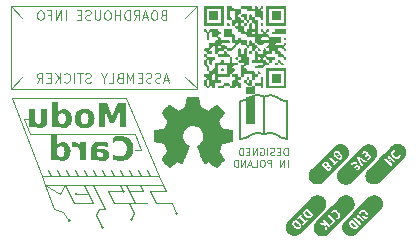
<source format=gbr>
%TF.GenerationSoftware,KiCad,Pcbnew,9.0.2-9.0.2-0~ubuntu24.04.1*%
%TF.CreationDate,2025-06-19T12:17:55+00:00*%
%TF.ProjectId,base-module,62617365-2d6d-46f6-9475-6c652e6b6963,1.1.1*%
%TF.SameCoordinates,Original*%
%TF.FileFunction,Legend,Bot*%
%TF.FilePolarity,Positive*%
%FSLAX46Y46*%
G04 Gerber Fmt 4.6, Leading zero omitted, Abs format (unit mm)*
G04 Created by KiCad (PCBNEW 9.0.2-9.0.2-0~ubuntu24.04.1) date 2025-06-19 12:17:55*
%MOMM*%
%LPD*%
G01*
G04 APERTURE LIST*
%ADD10C,0.100000*%
%ADD11C,0.200000*%
%ADD12C,0.400000*%
%ADD13C,0.000000*%
%ADD14C,0.120000*%
%ADD15C,0.010000*%
G04 APERTURE END LIST*
D10*
X110673167Y-122082759D02*
X109403167Y-122082759D01*
X111431119Y-124475403D02*
G75*
G02*
X111243977Y-124475403I-93571J0D01*
G01*
X111243977Y-124475403D02*
G75*
G02*
X111431119Y-124475403I93571J0D01*
G01*
X105720167Y-121574759D02*
X105339167Y-122336759D01*
X104069167Y-121594858D02*
X104829887Y-123584610D01*
X101223250Y-114237001D02*
X103763250Y-120841001D01*
X110419167Y-121574759D02*
X110673167Y-122082759D01*
X107371167Y-121574759D02*
X108133167Y-123098759D01*
X109911167Y-123098759D02*
X111181167Y-123098759D01*
X114302033Y-122089869D02*
X112959167Y-122082759D01*
D11*
X121445151Y-114097059D02*
G75*
G02*
X120541969Y-114452681I-880051J910359D01*
G01*
D10*
X113467835Y-123100168D02*
X114739629Y-123098118D01*
X114036777Y-121574883D02*
X114302033Y-122089869D01*
X110766738Y-122082759D02*
G75*
G02*
X110579596Y-122082759I-93571J0D01*
G01*
X110579596Y-122082759D02*
G75*
G02*
X110766738Y-122082759I93571J0D01*
G01*
X107752167Y-122336759D02*
X106635880Y-122336759D01*
X104059878Y-121576282D02*
X114036777Y-121574883D01*
X115247629Y-123953689D02*
G75*
G02*
X115060487Y-123953689I-93571J0D01*
G01*
X115060487Y-123953689D02*
G75*
G02*
X115247629Y-123953689I93571J0D01*
G01*
X108133167Y-121574759D02*
X108895167Y-123098759D01*
X115870000Y-107385001D02*
X116870000Y-106385001D01*
X102810750Y-117285001D02*
X111129250Y-117285001D01*
X108843250Y-120841001D02*
X110113250Y-120841001D01*
X112959167Y-122082759D02*
X113467835Y-123100168D01*
D11*
X121464552Y-117306878D02*
G75*
G02*
X122568255Y-117273806I578348J-867722D01*
G01*
D10*
X111595596Y-123954330D02*
X111181167Y-123098759D01*
D11*
X122553110Y-117273028D02*
G75*
G02*
X123656836Y-117306079I525390J-900572D01*
G01*
X122553110Y-117273028D02*
X122570000Y-114085001D01*
X121434629Y-114097246D02*
G75*
G02*
X122538346Y-114064148I578371J-867554D01*
G01*
D10*
X109097250Y-120841001D02*
X108843250Y-120333001D01*
D11*
X124534310Y-117654027D02*
X124544936Y-114470564D01*
D10*
X101109026Y-106391940D02*
X116909025Y-106391940D01*
X116909025Y-113391940D01*
X101109026Y-113391940D01*
X101109026Y-106391940D01*
X112145250Y-120841001D02*
X111764250Y-120841001D01*
X108641167Y-123606759D02*
X108387167Y-124114759D01*
X112186119Y-118561051D02*
X111691028Y-118558852D01*
X112907250Y-120841001D02*
X112653250Y-120333001D01*
X102109026Y-107391940D02*
X101109026Y-106391940D01*
X107573250Y-120841001D02*
X107319250Y-120333001D01*
X111383250Y-120841001D02*
X111129250Y-120333001D01*
X111689167Y-123098759D02*
X112705167Y-123098759D01*
X112145250Y-120841001D02*
X113415250Y-120841001D01*
D11*
X124544936Y-114470564D02*
G75*
G02*
X123646333Y-114111467I-10436J1277764D01*
G01*
D10*
X115154058Y-123953689D02*
X114739629Y-123098118D01*
X108133167Y-123098759D02*
X106482167Y-123098759D01*
D11*
X121476113Y-117307766D02*
G75*
G02*
X120529419Y-117662263I-880913J911166D01*
G01*
D10*
X111591548Y-123967403D02*
X111337548Y-124475403D01*
D11*
X122570000Y-114085001D02*
G75*
G02*
X123646321Y-114111473I516700J-885799D01*
G01*
D10*
X104525250Y-120841001D02*
X104271250Y-120333001D01*
X113669250Y-120841001D02*
X114036777Y-121574883D01*
X102227663Y-116003414D02*
X102722754Y-116005613D01*
X105287250Y-120841001D02*
X105033250Y-120333001D01*
X104829887Y-123584610D02*
X105591887Y-123838610D01*
X104059878Y-121576282D02*
X103763250Y-120841001D01*
X102109585Y-112391381D02*
X101109026Y-113391940D01*
X107065250Y-120841001D02*
X105795250Y-120841001D01*
X112324167Y-122082759D02*
X111181167Y-122082759D01*
X110621250Y-120841001D02*
X110367250Y-120333001D01*
X105339167Y-122336759D02*
X104069167Y-121594858D01*
X108589250Y-120841001D02*
X107065250Y-120841001D01*
X115870000Y-112385001D02*
X116870000Y-113385001D01*
X108988738Y-125130759D02*
G75*
G02*
X108801596Y-125130759I-93571J0D01*
G01*
X108801596Y-125130759D02*
G75*
G02*
X108988738Y-125130759I93571J0D01*
G01*
D11*
X120529418Y-117662875D02*
X120541970Y-114452649D01*
D10*
X106193458Y-124600610D02*
G75*
G02*
X106006316Y-124600610I-93571J0D01*
G01*
X106006316Y-124600610D02*
G75*
G02*
X106193458Y-124600610I93571J0D01*
G01*
X112145250Y-120841001D02*
X111891250Y-120333001D01*
X112070167Y-121574759D02*
X112324167Y-122082759D01*
X109403167Y-122082759D02*
X109909373Y-123100809D01*
X109859250Y-120841001D02*
X109605250Y-120333001D01*
X108895167Y-123098759D02*
X109149167Y-123606759D01*
X113669250Y-120841001D02*
X110875250Y-114237001D01*
X108843250Y-120841001D02*
X108589250Y-120841001D01*
X109149167Y-123606759D02*
X108641167Y-123606759D01*
X106729451Y-122336759D02*
G75*
G02*
X106542309Y-122336759I-93571J0D01*
G01*
X106542309Y-122336759D02*
G75*
G02*
X106729451Y-122336759I93571J0D01*
G01*
X108387167Y-124114759D02*
X108895167Y-125130759D01*
X108335250Y-120841001D02*
X108081250Y-120333001D01*
X106049250Y-120841001D02*
X105795250Y-120333001D01*
X106811250Y-120841001D02*
X106557250Y-120333001D01*
X111181167Y-123098759D02*
X111689167Y-123098759D01*
X111181167Y-122082759D02*
X111687373Y-123100809D01*
X105591887Y-123838610D02*
X106099887Y-124600610D01*
X110875250Y-114237001D02*
X101223250Y-114237001D01*
X102227663Y-116003414D02*
X102747250Y-117285001D01*
X110927167Y-121574759D02*
X111181167Y-122082759D01*
X112186119Y-118561051D02*
X111666532Y-117279464D01*
X105720167Y-121574759D02*
X106482167Y-123098759D01*
X111129250Y-117285001D02*
X111666532Y-117279464D01*
D11*
X124534310Y-117654027D02*
G75*
G02*
X123651633Y-117300399I-8010J1258427D01*
G01*
D10*
X103763250Y-120841001D02*
X113669250Y-120841001D01*
D11*
G36*
X109762808Y-119371672D02*
G01*
X109910895Y-119437955D01*
X110064814Y-119485611D01*
X110224205Y-119514336D01*
X110392588Y-119524079D01*
X110598322Y-119511376D01*
X110778598Y-119475130D01*
X110937057Y-119417315D01*
X111076760Y-119338749D01*
X111200055Y-119239048D01*
X111305217Y-119119679D01*
X111387359Y-118985192D01*
X111447378Y-118833442D01*
X111484821Y-118661497D01*
X111497909Y-118465775D01*
X111484804Y-118269386D01*
X111447327Y-118097004D01*
X111387286Y-117945015D01*
X111305154Y-117810455D01*
X111200055Y-117691159D01*
X111076753Y-117591411D01*
X110937046Y-117512810D01*
X110778587Y-117454973D01*
X110598316Y-117418714D01*
X110392588Y-117406005D01*
X110224205Y-117415749D01*
X110064814Y-117444474D01*
X109910895Y-117492129D01*
X109762808Y-117558413D01*
X109762808Y-117984372D01*
X109911107Y-117895148D01*
X110051136Y-117836117D01*
X110196047Y-117800901D01*
X110350212Y-117788978D01*
X110488582Y-117801179D01*
X110606041Y-117835829D01*
X110706548Y-117891552D01*
X110792902Y-117969107D01*
X110860763Y-118063027D01*
X110910922Y-118174660D01*
X110942762Y-118307457D01*
X110954102Y-118465775D01*
X110942782Y-118623288D01*
X110910974Y-118755612D01*
X110860819Y-118867044D01*
X110792902Y-118960977D01*
X110706548Y-119038532D01*
X110606041Y-119094256D01*
X110488582Y-119128906D01*
X110350212Y-119141107D01*
X110196047Y-119129184D01*
X110051136Y-119093968D01*
X109911107Y-119034936D01*
X109762808Y-118945712D01*
X109762808Y-119371672D01*
G37*
G36*
X108855298Y-117918998D02*
G01*
X109013959Y-117933936D01*
X109171795Y-117958406D01*
X109329521Y-117992188D01*
X109329521Y-118367345D01*
X109209389Y-118312922D01*
X109078195Y-118273556D01*
X108939701Y-118250351D01*
X108785836Y-118242293D01*
X108656333Y-118249759D01*
X108564128Y-118269136D01*
X108500316Y-118296881D01*
X108449716Y-118339817D01*
X108419476Y-118395622D01*
X108408725Y-118468584D01*
X108408725Y-118508029D01*
X108696932Y-118508029D01*
X108902269Y-118517856D01*
X109062256Y-118544328D01*
X109185184Y-118583682D01*
X109278230Y-118633326D01*
X109357750Y-118703209D01*
X109414764Y-118789527D01*
X109450555Y-118895665D01*
X109463366Y-119026923D01*
X109453598Y-119134822D01*
X109425505Y-119228980D01*
X109379712Y-119312035D01*
X109315233Y-119385838D01*
X109237366Y-119445185D01*
X109148563Y-119488081D01*
X109046752Y-119514742D01*
X108929207Y-119524079D01*
X108813086Y-119516415D01*
X108714274Y-119494805D01*
X108630009Y-119460698D01*
X108553270Y-119411967D01*
X108479641Y-119345393D01*
X108408725Y-119258343D01*
X108408725Y-119485001D01*
X107915477Y-119485001D01*
X107915477Y-118852656D01*
X108408725Y-118852656D01*
X108419606Y-118947030D01*
X108450972Y-119027727D01*
X108503003Y-119097876D01*
X108570964Y-119152438D01*
X108647429Y-119184746D01*
X108735278Y-119195817D01*
X108807330Y-119189338D01*
X108863814Y-119171542D01*
X108908080Y-119143793D01*
X108942207Y-119105323D01*
X108962925Y-119058256D01*
X108970240Y-118999934D01*
X108961264Y-118937386D01*
X108935787Y-118888038D01*
X108893059Y-118848626D01*
X108838932Y-118822049D01*
X108764215Y-118804026D01*
X108662860Y-118797213D01*
X108408725Y-118797213D01*
X108408725Y-118852656D01*
X107915477Y-118852656D01*
X107915477Y-118613908D01*
X107929198Y-118426748D01*
X107966585Y-118280302D01*
X108023715Y-118166375D01*
X108099270Y-118078650D01*
X108194229Y-118012555D01*
X108320048Y-117961099D01*
X108484482Y-117926762D01*
X108696932Y-117914031D01*
X108855298Y-117918998D01*
G37*
G36*
X106322525Y-118375161D02*
G01*
X106387319Y-118347074D01*
X106450264Y-118327900D01*
X106578003Y-118312635D01*
X106670717Y-118320949D01*
X106748201Y-118344422D01*
X106813413Y-118381985D01*
X106868408Y-118434146D01*
X106922274Y-118520846D01*
X106957261Y-118634356D01*
X106970135Y-118782314D01*
X106970135Y-119485001D01*
X107459231Y-119485001D01*
X107459231Y-117953109D01*
X106970135Y-117953109D01*
X106970135Y-118203214D01*
X106901242Y-118108268D01*
X106829164Y-118036026D01*
X106753614Y-117983273D01*
X106669436Y-117945738D01*
X106572576Y-117922274D01*
X106460522Y-117914031D01*
X106407277Y-117916229D01*
X106323868Y-117925632D01*
X106322525Y-118375161D01*
G37*
G36*
X105038663Y-118171951D02*
G01*
X105110884Y-118088958D01*
X105185209Y-118024648D01*
X105262023Y-117976801D01*
X105345618Y-117942534D01*
X105438624Y-117921369D01*
X105542780Y-117914031D01*
X105678931Y-117928336D01*
X105799633Y-117969989D01*
X105908374Y-118039256D01*
X106007330Y-118139222D01*
X106084666Y-118255848D01*
X106141217Y-118389237D01*
X106176615Y-118542392D01*
X106189046Y-118719055D01*
X106176615Y-118895718D01*
X106141217Y-119048873D01*
X106084666Y-119182262D01*
X106007330Y-119298887D01*
X105908374Y-119398854D01*
X105799633Y-119468121D01*
X105678931Y-119509773D01*
X105542780Y-119524079D01*
X105437686Y-119516789D01*
X105344510Y-119495834D01*
X105261412Y-119462042D01*
X105185092Y-119414505D01*
X105110974Y-119350010D01*
X105038663Y-119266159D01*
X105038663Y-119485001D01*
X104546758Y-119485001D01*
X104546758Y-118719055D01*
X105038663Y-118719055D01*
X105049398Y-118864806D01*
X105078154Y-118974593D01*
X105121339Y-119056354D01*
X105184098Y-119120358D01*
X105262336Y-119158798D01*
X105361063Y-119172370D01*
X105458895Y-119158839D01*
X105536723Y-119120438D01*
X105599444Y-119056354D01*
X105642629Y-118974593D01*
X105671385Y-118864806D01*
X105682120Y-118719055D01*
X105671382Y-118573303D01*
X105642624Y-118463563D01*
X105599444Y-118381878D01*
X105536713Y-118317720D01*
X105458885Y-118279282D01*
X105361063Y-118265740D01*
X105262346Y-118279323D01*
X105184107Y-118317799D01*
X105121339Y-118381878D01*
X105078159Y-118463563D01*
X105049401Y-118573303D01*
X105038663Y-118719055D01*
X104546758Y-118719055D01*
X104546758Y-117359111D01*
X105038663Y-117359111D01*
X105038663Y-118171951D01*
G37*
D10*
X114490855Y-112660263D02*
X114109902Y-112660263D01*
X114567045Y-112888835D02*
X114300378Y-112088835D01*
X114300378Y-112088835D02*
X114033712Y-112888835D01*
X113805141Y-112850740D02*
X113690855Y-112888835D01*
X113690855Y-112888835D02*
X113500379Y-112888835D01*
X113500379Y-112888835D02*
X113424188Y-112850740D01*
X113424188Y-112850740D02*
X113386093Y-112812644D01*
X113386093Y-112812644D02*
X113347998Y-112736454D01*
X113347998Y-112736454D02*
X113347998Y-112660263D01*
X113347998Y-112660263D02*
X113386093Y-112584073D01*
X113386093Y-112584073D02*
X113424188Y-112545978D01*
X113424188Y-112545978D02*
X113500379Y-112507882D01*
X113500379Y-112507882D02*
X113652760Y-112469787D01*
X113652760Y-112469787D02*
X113728950Y-112431692D01*
X113728950Y-112431692D02*
X113767045Y-112393597D01*
X113767045Y-112393597D02*
X113805141Y-112317406D01*
X113805141Y-112317406D02*
X113805141Y-112241216D01*
X113805141Y-112241216D02*
X113767045Y-112165025D01*
X113767045Y-112165025D02*
X113728950Y-112126930D01*
X113728950Y-112126930D02*
X113652760Y-112088835D01*
X113652760Y-112088835D02*
X113462283Y-112088835D01*
X113462283Y-112088835D02*
X113347998Y-112126930D01*
X113043236Y-112850740D02*
X112928950Y-112888835D01*
X112928950Y-112888835D02*
X112738474Y-112888835D01*
X112738474Y-112888835D02*
X112662283Y-112850740D01*
X112662283Y-112850740D02*
X112624188Y-112812644D01*
X112624188Y-112812644D02*
X112586093Y-112736454D01*
X112586093Y-112736454D02*
X112586093Y-112660263D01*
X112586093Y-112660263D02*
X112624188Y-112584073D01*
X112624188Y-112584073D02*
X112662283Y-112545978D01*
X112662283Y-112545978D02*
X112738474Y-112507882D01*
X112738474Y-112507882D02*
X112890855Y-112469787D01*
X112890855Y-112469787D02*
X112967045Y-112431692D01*
X112967045Y-112431692D02*
X113005140Y-112393597D01*
X113005140Y-112393597D02*
X113043236Y-112317406D01*
X113043236Y-112317406D02*
X113043236Y-112241216D01*
X113043236Y-112241216D02*
X113005140Y-112165025D01*
X113005140Y-112165025D02*
X112967045Y-112126930D01*
X112967045Y-112126930D02*
X112890855Y-112088835D01*
X112890855Y-112088835D02*
X112700378Y-112088835D01*
X112700378Y-112088835D02*
X112586093Y-112126930D01*
X112243235Y-112469787D02*
X111976569Y-112469787D01*
X111862283Y-112888835D02*
X112243235Y-112888835D01*
X112243235Y-112888835D02*
X112243235Y-112088835D01*
X112243235Y-112088835D02*
X111862283Y-112088835D01*
X111519425Y-112888835D02*
X111519425Y-112088835D01*
X111519425Y-112088835D02*
X111252759Y-112660263D01*
X111252759Y-112660263D02*
X110986092Y-112088835D01*
X110986092Y-112088835D02*
X110986092Y-112888835D01*
X110338473Y-112469787D02*
X110224187Y-112507882D01*
X110224187Y-112507882D02*
X110186092Y-112545978D01*
X110186092Y-112545978D02*
X110147996Y-112622168D01*
X110147996Y-112622168D02*
X110147996Y-112736454D01*
X110147996Y-112736454D02*
X110186092Y-112812644D01*
X110186092Y-112812644D02*
X110224187Y-112850740D01*
X110224187Y-112850740D02*
X110300377Y-112888835D01*
X110300377Y-112888835D02*
X110605139Y-112888835D01*
X110605139Y-112888835D02*
X110605139Y-112088835D01*
X110605139Y-112088835D02*
X110338473Y-112088835D01*
X110338473Y-112088835D02*
X110262282Y-112126930D01*
X110262282Y-112126930D02*
X110224187Y-112165025D01*
X110224187Y-112165025D02*
X110186092Y-112241216D01*
X110186092Y-112241216D02*
X110186092Y-112317406D01*
X110186092Y-112317406D02*
X110224187Y-112393597D01*
X110224187Y-112393597D02*
X110262282Y-112431692D01*
X110262282Y-112431692D02*
X110338473Y-112469787D01*
X110338473Y-112469787D02*
X110605139Y-112469787D01*
X109424187Y-112888835D02*
X109805139Y-112888835D01*
X109805139Y-112888835D02*
X109805139Y-112088835D01*
X109005139Y-112507882D02*
X109005139Y-112888835D01*
X109271806Y-112088835D02*
X109005139Y-112507882D01*
X109005139Y-112507882D02*
X108738473Y-112088835D01*
X107900378Y-112850740D02*
X107786092Y-112888835D01*
X107786092Y-112888835D02*
X107595616Y-112888835D01*
X107595616Y-112888835D02*
X107519425Y-112850740D01*
X107519425Y-112850740D02*
X107481330Y-112812644D01*
X107481330Y-112812644D02*
X107443235Y-112736454D01*
X107443235Y-112736454D02*
X107443235Y-112660263D01*
X107443235Y-112660263D02*
X107481330Y-112584073D01*
X107481330Y-112584073D02*
X107519425Y-112545978D01*
X107519425Y-112545978D02*
X107595616Y-112507882D01*
X107595616Y-112507882D02*
X107747997Y-112469787D01*
X107747997Y-112469787D02*
X107824187Y-112431692D01*
X107824187Y-112431692D02*
X107862282Y-112393597D01*
X107862282Y-112393597D02*
X107900378Y-112317406D01*
X107900378Y-112317406D02*
X107900378Y-112241216D01*
X107900378Y-112241216D02*
X107862282Y-112165025D01*
X107862282Y-112165025D02*
X107824187Y-112126930D01*
X107824187Y-112126930D02*
X107747997Y-112088835D01*
X107747997Y-112088835D02*
X107557520Y-112088835D01*
X107557520Y-112088835D02*
X107443235Y-112126930D01*
X107214663Y-112088835D02*
X106757520Y-112088835D01*
X106986092Y-112888835D02*
X106986092Y-112088835D01*
X106490853Y-112888835D02*
X106490853Y-112088835D01*
X105652758Y-112812644D02*
X105690854Y-112850740D01*
X105690854Y-112850740D02*
X105805139Y-112888835D01*
X105805139Y-112888835D02*
X105881330Y-112888835D01*
X105881330Y-112888835D02*
X105995616Y-112850740D01*
X105995616Y-112850740D02*
X106071806Y-112774549D01*
X106071806Y-112774549D02*
X106109901Y-112698359D01*
X106109901Y-112698359D02*
X106147997Y-112545978D01*
X106147997Y-112545978D02*
X106147997Y-112431692D01*
X106147997Y-112431692D02*
X106109901Y-112279311D01*
X106109901Y-112279311D02*
X106071806Y-112203120D01*
X106071806Y-112203120D02*
X105995616Y-112126930D01*
X105995616Y-112126930D02*
X105881330Y-112088835D01*
X105881330Y-112088835D02*
X105805139Y-112088835D01*
X105805139Y-112088835D02*
X105690854Y-112126930D01*
X105690854Y-112126930D02*
X105652758Y-112165025D01*
X105309901Y-112888835D02*
X105309901Y-112088835D01*
X104852758Y-112888835D02*
X105195616Y-112431692D01*
X104852758Y-112088835D02*
X105309901Y-112545978D01*
X104509901Y-112469787D02*
X104243235Y-112469787D01*
X104128949Y-112888835D02*
X104509901Y-112888835D01*
X104509901Y-112888835D02*
X104509901Y-112088835D01*
X104509901Y-112088835D02*
X104128949Y-112088835D01*
X103328948Y-112888835D02*
X103595615Y-112507882D01*
X103786091Y-112888835D02*
X103786091Y-112088835D01*
X103786091Y-112088835D02*
X103481329Y-112088835D01*
X103481329Y-112088835D02*
X103405139Y-112126930D01*
X103405139Y-112126930D02*
X103367044Y-112165025D01*
X103367044Y-112165025D02*
X103328948Y-112241216D01*
X103328948Y-112241216D02*
X103328948Y-112355501D01*
X103328948Y-112355501D02*
X103367044Y-112431692D01*
X103367044Y-112431692D02*
X103405139Y-112469787D01*
X103405139Y-112469787D02*
X103481329Y-112507882D01*
X103481329Y-112507882D02*
X103786091Y-112507882D01*
D11*
G36*
X110872428Y-114651084D02*
G01*
X110202959Y-114651084D01*
X109738409Y-115743705D01*
X109271172Y-114651084D01*
X108603046Y-114651084D01*
X108603046Y-116691001D01*
X109100446Y-116691001D01*
X109100446Y-115199409D01*
X109570370Y-116300212D01*
X109903761Y-116300212D01*
X110373684Y-115199409D01*
X110373684Y-116691001D01*
X110872428Y-116691001D01*
X110872428Y-114651084D01*
G37*
G36*
X107540439Y-115129690D02*
G01*
X107679938Y-115157125D01*
X107801294Y-115200642D01*
X107907075Y-115259435D01*
X107999277Y-115333621D01*
X108077656Y-115422842D01*
X108139178Y-115524498D01*
X108184363Y-115640383D01*
X108212694Y-115772921D01*
X108222637Y-115925055D01*
X108212694Y-116077188D01*
X108184363Y-116209727D01*
X108139178Y-116325612D01*
X108077656Y-116427268D01*
X107999277Y-116516489D01*
X107907075Y-116590675D01*
X107801294Y-116649467D01*
X107679938Y-116692984D01*
X107540439Y-116720420D01*
X107379755Y-116730079D01*
X107219634Y-116720418D01*
X107080692Y-116692984D01*
X106959878Y-116649472D01*
X106854619Y-116590684D01*
X106762920Y-116516489D01*
X106685065Y-116427341D01*
X106623916Y-116325725D01*
X106578981Y-116209841D01*
X106550797Y-116077263D01*
X106540903Y-115925055D01*
X107050516Y-115925055D01*
X107061456Y-116069700D01*
X107090866Y-116179331D01*
X107135268Y-116261622D01*
X107199330Y-116325971D01*
X107279134Y-116364691D01*
X107379755Y-116378370D01*
X107482282Y-116364625D01*
X107563207Y-116325834D01*
X107627784Y-116261622D01*
X107672526Y-116179282D01*
X107702137Y-116069650D01*
X107713147Y-115925055D01*
X107702137Y-115780460D01*
X107672526Y-115670828D01*
X107627784Y-115588488D01*
X107563207Y-115524276D01*
X107482282Y-115485485D01*
X107379755Y-115471740D01*
X107279134Y-115485419D01*
X107199330Y-115524139D01*
X107135268Y-115588488D01*
X107090866Y-115670779D01*
X107061456Y-115780410D01*
X107050516Y-115925055D01*
X106540903Y-115925055D01*
X106550797Y-115772846D01*
X106578981Y-115640269D01*
X106623916Y-115524385D01*
X106685065Y-115422769D01*
X106762920Y-115333621D01*
X106854619Y-115259426D01*
X106959878Y-115200638D01*
X107080692Y-115157126D01*
X107219634Y-115129691D01*
X107379755Y-115120031D01*
X107540439Y-115129690D01*
G37*
G36*
X105144201Y-115377951D02*
G01*
X105216422Y-115294958D01*
X105290747Y-115230648D01*
X105367561Y-115182801D01*
X105451156Y-115148534D01*
X105544162Y-115127369D01*
X105648318Y-115120031D01*
X105784469Y-115134336D01*
X105905171Y-115175989D01*
X106013912Y-115245256D01*
X106112868Y-115345222D01*
X106190204Y-115461848D01*
X106246755Y-115595237D01*
X106282153Y-115748392D01*
X106294584Y-115925055D01*
X106282153Y-116101718D01*
X106246755Y-116254873D01*
X106190204Y-116388262D01*
X106112868Y-116504887D01*
X106013912Y-116604854D01*
X105905171Y-116674121D01*
X105784469Y-116715773D01*
X105648318Y-116730079D01*
X105543224Y-116722789D01*
X105450048Y-116701834D01*
X105366950Y-116668042D01*
X105290630Y-116620505D01*
X105216512Y-116556010D01*
X105144201Y-116472159D01*
X105144201Y-116691001D01*
X104652296Y-116691001D01*
X104652296Y-115925055D01*
X105144201Y-115925055D01*
X105154936Y-116070806D01*
X105183692Y-116180593D01*
X105226877Y-116262354D01*
X105289636Y-116326358D01*
X105367874Y-116364798D01*
X105466601Y-116378370D01*
X105564433Y-116364839D01*
X105642261Y-116326438D01*
X105704982Y-116262354D01*
X105748167Y-116180593D01*
X105776923Y-116070806D01*
X105787658Y-115925055D01*
X105776920Y-115779303D01*
X105748162Y-115669563D01*
X105704982Y-115587878D01*
X105642251Y-115523720D01*
X105564423Y-115485282D01*
X105466601Y-115471740D01*
X105367884Y-115485323D01*
X105289645Y-115523799D01*
X105226877Y-115587878D01*
X105183697Y-115669563D01*
X105154939Y-115779303D01*
X105144201Y-115925055D01*
X104652296Y-115925055D01*
X104652296Y-114565111D01*
X105144201Y-114565111D01*
X105144201Y-115377951D01*
G37*
G36*
X104198859Y-116096758D02*
G01*
X104198859Y-115159109D01*
X103706954Y-115159109D01*
X103706954Y-115312616D01*
X103708419Y-115625980D01*
X103709762Y-115877428D01*
X103700237Y-116144141D01*
X103685807Y-116219382D01*
X103667386Y-116262721D01*
X103632610Y-116305275D01*
X103588862Y-116336726D01*
X103537702Y-116356017D01*
X103477487Y-116362738D01*
X103381390Y-116349229D01*
X103302673Y-116310407D01*
X103237030Y-116244891D01*
X103190739Y-116161761D01*
X103160630Y-116054667D01*
X103149591Y-115917239D01*
X103149591Y-115159109D01*
X102660495Y-115159109D01*
X102660495Y-116691001D01*
X103149591Y-116691001D01*
X103149591Y-116472159D01*
X103227755Y-116555465D01*
X103305730Y-116619740D01*
X103383942Y-116667309D01*
X103468293Y-116701907D01*
X103558722Y-116722911D01*
X103656517Y-116730079D01*
X103787491Y-116718812D01*
X103895728Y-116687204D01*
X103985605Y-116637045D01*
X104060251Y-116568024D01*
X104117492Y-116484194D01*
X104160733Y-116380622D01*
X104188732Y-116253166D01*
X104198859Y-116096758D01*
G37*
D12*
G36*
X121809003Y-114123937D02*
G01*
X121075359Y-114123937D01*
X121075359Y-116421774D01*
X121809003Y-116421774D01*
X121809003Y-114123937D01*
G37*
G36*
X121809003Y-113232939D02*
G01*
X121075359Y-113232939D01*
X121075359Y-113830845D01*
X121809003Y-113830845D01*
X121809003Y-113232939D01*
G37*
D10*
X114047068Y-107162848D02*
X113932782Y-107200943D01*
X113932782Y-107200943D02*
X113894687Y-107239039D01*
X113894687Y-107239039D02*
X113856591Y-107315229D01*
X113856591Y-107315229D02*
X113856591Y-107429515D01*
X113856591Y-107429515D02*
X113894687Y-107505705D01*
X113894687Y-107505705D02*
X113932782Y-107543801D01*
X113932782Y-107543801D02*
X114008972Y-107581896D01*
X114008972Y-107581896D02*
X114313734Y-107581896D01*
X114313734Y-107581896D02*
X114313734Y-106781896D01*
X114313734Y-106781896D02*
X114047068Y-106781896D01*
X114047068Y-106781896D02*
X113970877Y-106819991D01*
X113970877Y-106819991D02*
X113932782Y-106858086D01*
X113932782Y-106858086D02*
X113894687Y-106934277D01*
X113894687Y-106934277D02*
X113894687Y-107010467D01*
X113894687Y-107010467D02*
X113932782Y-107086658D01*
X113932782Y-107086658D02*
X113970877Y-107124753D01*
X113970877Y-107124753D02*
X114047068Y-107162848D01*
X114047068Y-107162848D02*
X114313734Y-107162848D01*
X113361353Y-106781896D02*
X113208972Y-106781896D01*
X113208972Y-106781896D02*
X113132782Y-106819991D01*
X113132782Y-106819991D02*
X113056591Y-106896181D01*
X113056591Y-106896181D02*
X113018496Y-107048562D01*
X113018496Y-107048562D02*
X113018496Y-107315229D01*
X113018496Y-107315229D02*
X113056591Y-107467610D01*
X113056591Y-107467610D02*
X113132782Y-107543801D01*
X113132782Y-107543801D02*
X113208972Y-107581896D01*
X113208972Y-107581896D02*
X113361353Y-107581896D01*
X113361353Y-107581896D02*
X113437544Y-107543801D01*
X113437544Y-107543801D02*
X113513734Y-107467610D01*
X113513734Y-107467610D02*
X113551830Y-107315229D01*
X113551830Y-107315229D02*
X113551830Y-107048562D01*
X113551830Y-107048562D02*
X113513734Y-106896181D01*
X113513734Y-106896181D02*
X113437544Y-106819991D01*
X113437544Y-106819991D02*
X113361353Y-106781896D01*
X112713735Y-107353324D02*
X112332782Y-107353324D01*
X112789925Y-107581896D02*
X112523258Y-106781896D01*
X112523258Y-106781896D02*
X112256592Y-107581896D01*
X111532782Y-107581896D02*
X111799449Y-107200943D01*
X111989925Y-107581896D02*
X111989925Y-106781896D01*
X111989925Y-106781896D02*
X111685163Y-106781896D01*
X111685163Y-106781896D02*
X111608973Y-106819991D01*
X111608973Y-106819991D02*
X111570878Y-106858086D01*
X111570878Y-106858086D02*
X111532782Y-106934277D01*
X111532782Y-106934277D02*
X111532782Y-107048562D01*
X111532782Y-107048562D02*
X111570878Y-107124753D01*
X111570878Y-107124753D02*
X111608973Y-107162848D01*
X111608973Y-107162848D02*
X111685163Y-107200943D01*
X111685163Y-107200943D02*
X111989925Y-107200943D01*
X111189925Y-107581896D02*
X111189925Y-106781896D01*
X111189925Y-106781896D02*
X110999449Y-106781896D01*
X110999449Y-106781896D02*
X110885163Y-106819991D01*
X110885163Y-106819991D02*
X110808973Y-106896181D01*
X110808973Y-106896181D02*
X110770878Y-106972372D01*
X110770878Y-106972372D02*
X110732782Y-107124753D01*
X110732782Y-107124753D02*
X110732782Y-107239039D01*
X110732782Y-107239039D02*
X110770878Y-107391420D01*
X110770878Y-107391420D02*
X110808973Y-107467610D01*
X110808973Y-107467610D02*
X110885163Y-107543801D01*
X110885163Y-107543801D02*
X110999449Y-107581896D01*
X110999449Y-107581896D02*
X111189925Y-107581896D01*
X110389925Y-107581896D02*
X110389925Y-106781896D01*
X110389925Y-107162848D02*
X109932782Y-107162848D01*
X109932782Y-107581896D02*
X109932782Y-106781896D01*
X109399449Y-106781896D02*
X109247068Y-106781896D01*
X109247068Y-106781896D02*
X109170878Y-106819991D01*
X109170878Y-106819991D02*
X109094687Y-106896181D01*
X109094687Y-106896181D02*
X109056592Y-107048562D01*
X109056592Y-107048562D02*
X109056592Y-107315229D01*
X109056592Y-107315229D02*
X109094687Y-107467610D01*
X109094687Y-107467610D02*
X109170878Y-107543801D01*
X109170878Y-107543801D02*
X109247068Y-107581896D01*
X109247068Y-107581896D02*
X109399449Y-107581896D01*
X109399449Y-107581896D02*
X109475640Y-107543801D01*
X109475640Y-107543801D02*
X109551830Y-107467610D01*
X109551830Y-107467610D02*
X109589926Y-107315229D01*
X109589926Y-107315229D02*
X109589926Y-107048562D01*
X109589926Y-107048562D02*
X109551830Y-106896181D01*
X109551830Y-106896181D02*
X109475640Y-106819991D01*
X109475640Y-106819991D02*
X109399449Y-106781896D01*
X108713735Y-106781896D02*
X108713735Y-107429515D01*
X108713735Y-107429515D02*
X108675640Y-107505705D01*
X108675640Y-107505705D02*
X108637545Y-107543801D01*
X108637545Y-107543801D02*
X108561354Y-107581896D01*
X108561354Y-107581896D02*
X108408973Y-107581896D01*
X108408973Y-107581896D02*
X108332783Y-107543801D01*
X108332783Y-107543801D02*
X108294688Y-107505705D01*
X108294688Y-107505705D02*
X108256592Y-107429515D01*
X108256592Y-107429515D02*
X108256592Y-106781896D01*
X107913736Y-107543801D02*
X107799450Y-107581896D01*
X107799450Y-107581896D02*
X107608974Y-107581896D01*
X107608974Y-107581896D02*
X107532783Y-107543801D01*
X107532783Y-107543801D02*
X107494688Y-107505705D01*
X107494688Y-107505705D02*
X107456593Y-107429515D01*
X107456593Y-107429515D02*
X107456593Y-107353324D01*
X107456593Y-107353324D02*
X107494688Y-107277134D01*
X107494688Y-107277134D02*
X107532783Y-107239039D01*
X107532783Y-107239039D02*
X107608974Y-107200943D01*
X107608974Y-107200943D02*
X107761355Y-107162848D01*
X107761355Y-107162848D02*
X107837545Y-107124753D01*
X107837545Y-107124753D02*
X107875640Y-107086658D01*
X107875640Y-107086658D02*
X107913736Y-107010467D01*
X107913736Y-107010467D02*
X107913736Y-106934277D01*
X107913736Y-106934277D02*
X107875640Y-106858086D01*
X107875640Y-106858086D02*
X107837545Y-106819991D01*
X107837545Y-106819991D02*
X107761355Y-106781896D01*
X107761355Y-106781896D02*
X107570878Y-106781896D01*
X107570878Y-106781896D02*
X107456593Y-106819991D01*
X107113735Y-107162848D02*
X106847069Y-107162848D01*
X106732783Y-107581896D02*
X107113735Y-107581896D01*
X107113735Y-107581896D02*
X107113735Y-106781896D01*
X107113735Y-106781896D02*
X106732783Y-106781896D01*
X105780401Y-107581896D02*
X105780401Y-106781896D01*
X105399449Y-107581896D02*
X105399449Y-106781896D01*
X105399449Y-106781896D02*
X104942306Y-107581896D01*
X104942306Y-107581896D02*
X104942306Y-106781896D01*
X104294688Y-107162848D02*
X104561354Y-107162848D01*
X104561354Y-107581896D02*
X104561354Y-106781896D01*
X104561354Y-106781896D02*
X104180402Y-106781896D01*
X103723259Y-106781896D02*
X103570878Y-106781896D01*
X103570878Y-106781896D02*
X103494688Y-106819991D01*
X103494688Y-106819991D02*
X103418497Y-106896181D01*
X103418497Y-106896181D02*
X103380402Y-107048562D01*
X103380402Y-107048562D02*
X103380402Y-107315229D01*
X103380402Y-107315229D02*
X103418497Y-107467610D01*
X103418497Y-107467610D02*
X103494688Y-107543801D01*
X103494688Y-107543801D02*
X103570878Y-107581896D01*
X103570878Y-107581896D02*
X103723259Y-107581896D01*
X103723259Y-107581896D02*
X103799450Y-107543801D01*
X103799450Y-107543801D02*
X103875640Y-107467610D01*
X103875640Y-107467610D02*
X103913736Y-107315229D01*
X103913736Y-107315229D02*
X103913736Y-107048562D01*
X103913736Y-107048562D02*
X103875640Y-106896181D01*
X103875640Y-106896181D02*
X103799450Y-106819991D01*
X103799450Y-106819991D02*
X103723259Y-106781896D01*
X124561353Y-119040406D02*
X124561353Y-118440406D01*
X124561353Y-118440406D02*
X124418496Y-118440406D01*
X124418496Y-118440406D02*
X124332782Y-118468977D01*
X124332782Y-118468977D02*
X124275639Y-118526120D01*
X124275639Y-118526120D02*
X124247068Y-118583263D01*
X124247068Y-118583263D02*
X124218496Y-118697549D01*
X124218496Y-118697549D02*
X124218496Y-118783263D01*
X124218496Y-118783263D02*
X124247068Y-118897549D01*
X124247068Y-118897549D02*
X124275639Y-118954692D01*
X124275639Y-118954692D02*
X124332782Y-119011835D01*
X124332782Y-119011835D02*
X124418496Y-119040406D01*
X124418496Y-119040406D02*
X124561353Y-119040406D01*
X123961353Y-118726120D02*
X123761353Y-118726120D01*
X123675639Y-119040406D02*
X123961353Y-119040406D01*
X123961353Y-119040406D02*
X123961353Y-118440406D01*
X123961353Y-118440406D02*
X123675639Y-118440406D01*
X123447068Y-119011835D02*
X123361354Y-119040406D01*
X123361354Y-119040406D02*
X123218496Y-119040406D01*
X123218496Y-119040406D02*
X123161354Y-119011835D01*
X123161354Y-119011835D02*
X123132782Y-118983263D01*
X123132782Y-118983263D02*
X123104211Y-118926120D01*
X123104211Y-118926120D02*
X123104211Y-118868977D01*
X123104211Y-118868977D02*
X123132782Y-118811835D01*
X123132782Y-118811835D02*
X123161354Y-118783263D01*
X123161354Y-118783263D02*
X123218496Y-118754692D01*
X123218496Y-118754692D02*
X123332782Y-118726120D01*
X123332782Y-118726120D02*
X123389925Y-118697549D01*
X123389925Y-118697549D02*
X123418496Y-118668977D01*
X123418496Y-118668977D02*
X123447068Y-118611835D01*
X123447068Y-118611835D02*
X123447068Y-118554692D01*
X123447068Y-118554692D02*
X123418496Y-118497549D01*
X123418496Y-118497549D02*
X123389925Y-118468977D01*
X123389925Y-118468977D02*
X123332782Y-118440406D01*
X123332782Y-118440406D02*
X123189925Y-118440406D01*
X123189925Y-118440406D02*
X123104211Y-118468977D01*
X122847067Y-119040406D02*
X122847067Y-118440406D01*
X122247068Y-118468977D02*
X122304211Y-118440406D01*
X122304211Y-118440406D02*
X122389925Y-118440406D01*
X122389925Y-118440406D02*
X122475639Y-118468977D01*
X122475639Y-118468977D02*
X122532782Y-118526120D01*
X122532782Y-118526120D02*
X122561353Y-118583263D01*
X122561353Y-118583263D02*
X122589925Y-118697549D01*
X122589925Y-118697549D02*
X122589925Y-118783263D01*
X122589925Y-118783263D02*
X122561353Y-118897549D01*
X122561353Y-118897549D02*
X122532782Y-118954692D01*
X122532782Y-118954692D02*
X122475639Y-119011835D01*
X122475639Y-119011835D02*
X122389925Y-119040406D01*
X122389925Y-119040406D02*
X122332782Y-119040406D01*
X122332782Y-119040406D02*
X122247068Y-119011835D01*
X122247068Y-119011835D02*
X122218496Y-118983263D01*
X122218496Y-118983263D02*
X122218496Y-118783263D01*
X122218496Y-118783263D02*
X122332782Y-118783263D01*
X121961353Y-119040406D02*
X121961353Y-118440406D01*
X121961353Y-118440406D02*
X121618496Y-119040406D01*
X121618496Y-119040406D02*
X121618496Y-118440406D01*
X121332782Y-118726120D02*
X121132782Y-118726120D01*
X121047068Y-119040406D02*
X121332782Y-119040406D01*
X121332782Y-119040406D02*
X121332782Y-118440406D01*
X121332782Y-118440406D02*
X121047068Y-118440406D01*
X120789925Y-119040406D02*
X120789925Y-118440406D01*
X120789925Y-118440406D02*
X120647068Y-118440406D01*
X120647068Y-118440406D02*
X120561354Y-118468977D01*
X120561354Y-118468977D02*
X120504211Y-118526120D01*
X120504211Y-118526120D02*
X120475640Y-118583263D01*
X120475640Y-118583263D02*
X120447068Y-118697549D01*
X120447068Y-118697549D02*
X120447068Y-118783263D01*
X120447068Y-118783263D02*
X120475640Y-118897549D01*
X120475640Y-118897549D02*
X120504211Y-118954692D01*
X120504211Y-118954692D02*
X120561354Y-119011835D01*
X120561354Y-119011835D02*
X120647068Y-119040406D01*
X120647068Y-119040406D02*
X120789925Y-119040406D01*
X124561353Y-120006372D02*
X124561353Y-119406372D01*
X124275639Y-120006372D02*
X124275639Y-119406372D01*
X124275639Y-119406372D02*
X123932782Y-120006372D01*
X123932782Y-120006372D02*
X123932782Y-119406372D01*
X123189925Y-120006372D02*
X123189925Y-119406372D01*
X123189925Y-119406372D02*
X122961354Y-119406372D01*
X122961354Y-119406372D02*
X122904211Y-119434943D01*
X122904211Y-119434943D02*
X122875640Y-119463515D01*
X122875640Y-119463515D02*
X122847068Y-119520658D01*
X122847068Y-119520658D02*
X122847068Y-119606372D01*
X122847068Y-119606372D02*
X122875640Y-119663515D01*
X122875640Y-119663515D02*
X122904211Y-119692086D01*
X122904211Y-119692086D02*
X122961354Y-119720658D01*
X122961354Y-119720658D02*
X123189925Y-119720658D01*
X122475640Y-119406372D02*
X122361354Y-119406372D01*
X122361354Y-119406372D02*
X122304211Y-119434943D01*
X122304211Y-119434943D02*
X122247068Y-119492086D01*
X122247068Y-119492086D02*
X122218497Y-119606372D01*
X122218497Y-119606372D02*
X122218497Y-119806372D01*
X122218497Y-119806372D02*
X122247068Y-119920658D01*
X122247068Y-119920658D02*
X122304211Y-119977801D01*
X122304211Y-119977801D02*
X122361354Y-120006372D01*
X122361354Y-120006372D02*
X122475640Y-120006372D01*
X122475640Y-120006372D02*
X122532783Y-119977801D01*
X122532783Y-119977801D02*
X122589925Y-119920658D01*
X122589925Y-119920658D02*
X122618497Y-119806372D01*
X122618497Y-119806372D02*
X122618497Y-119606372D01*
X122618497Y-119606372D02*
X122589925Y-119492086D01*
X122589925Y-119492086D02*
X122532783Y-119434943D01*
X122532783Y-119434943D02*
X122475640Y-119406372D01*
X121675640Y-120006372D02*
X121961354Y-120006372D01*
X121961354Y-120006372D02*
X121961354Y-119406372D01*
X121504212Y-119834943D02*
X121218498Y-119834943D01*
X121561355Y-120006372D02*
X121361355Y-119406372D01*
X121361355Y-119406372D02*
X121161355Y-120006372D01*
X120961354Y-120006372D02*
X120961354Y-119406372D01*
X120961354Y-119406372D02*
X120618497Y-120006372D01*
X120618497Y-120006372D02*
X120618497Y-119406372D01*
X120332783Y-120006372D02*
X120332783Y-119406372D01*
X120332783Y-119406372D02*
X120189926Y-119406372D01*
X120189926Y-119406372D02*
X120104212Y-119434943D01*
X120104212Y-119434943D02*
X120047069Y-119492086D01*
X120047069Y-119492086D02*
X120018498Y-119549229D01*
X120018498Y-119549229D02*
X119989926Y-119663515D01*
X119989926Y-119663515D02*
X119989926Y-119749229D01*
X119989926Y-119749229D02*
X120018498Y-119863515D01*
X120018498Y-119863515D02*
X120047069Y-119920658D01*
X120047069Y-119920658D02*
X120104212Y-119977801D01*
X120104212Y-119977801D02*
X120189926Y-120006372D01*
X120189926Y-120006372D02*
X120332783Y-120006372D01*
D13*
%TO.C,kibuzzard-67B624A4*%
G36*
X127855355Y-119713500D02*
G01*
X127905161Y-119745028D01*
X127938060Y-119830018D01*
X127885969Y-119917750D01*
X127825654Y-119978065D01*
X127672124Y-119824535D01*
X127695428Y-119795749D01*
X127722387Y-119766961D01*
X127763054Y-119732692D01*
X127807377Y-119712129D01*
X127855355Y-119713500D01*
G37*
G36*
X128119920Y-120010964D02*
G01*
X128145965Y-120049803D01*
X128147793Y-120086359D01*
X128131344Y-120121086D01*
X128103470Y-120153528D01*
X128076055Y-120179116D01*
X128048638Y-120201049D01*
X127918869Y-120071280D01*
X127962735Y-120027414D01*
X128046354Y-119981264D01*
X128119920Y-120010964D01*
G37*
G36*
X128765112Y-118814709D02*
G01*
X128817609Y-118840297D01*
X128875182Y-118881726D01*
X128937834Y-118938995D01*
X128994595Y-119001139D01*
X129035719Y-119058407D01*
X129061206Y-119110802D01*
X129069431Y-119178658D01*
X129041101Y-119232348D01*
X128987982Y-119260107D01*
X128920013Y-119251995D01*
X128867364Y-119226762D01*
X128809943Y-119185791D01*
X128747748Y-119129080D01*
X128690530Y-119066378D01*
X128669693Y-119037236D01*
X128772880Y-119037236D01*
X128801667Y-119093439D01*
X128858327Y-119122683D01*
X128914073Y-119103492D01*
X128931894Y-119049117D01*
X128903106Y-118991999D01*
X128846447Y-118963670D01*
X128792529Y-118981947D01*
X128772880Y-119037236D01*
X128669693Y-119037236D01*
X128649254Y-119008652D01*
X128623919Y-118955902D01*
X128615809Y-118887933D01*
X128643568Y-118834814D01*
X128644764Y-118834182D01*
X128697257Y-118806484D01*
X128765112Y-118814709D01*
G37*
G36*
X129111022Y-118099582D02*
G01*
X129182910Y-118110246D01*
X129253405Y-118127904D01*
X129321831Y-118152387D01*
X129387528Y-118183459D01*
X129449862Y-118220822D01*
X129508235Y-118264113D01*
X129562083Y-118312918D01*
X129610888Y-118366766D01*
X129654179Y-118425139D01*
X129691542Y-118487473D01*
X129722614Y-118553170D01*
X129747097Y-118621596D01*
X129764755Y-118692091D01*
X129775419Y-118763979D01*
X129778984Y-118836565D01*
X129775419Y-118909152D01*
X129764755Y-118981039D01*
X129747097Y-119051536D01*
X129722614Y-119119961D01*
X129691542Y-119185657D01*
X129654180Y-119247992D01*
X129610887Y-119306365D01*
X129562083Y-119360212D01*
X129562007Y-119360289D01*
X128272536Y-120649760D01*
X127625211Y-121297084D01*
X127571364Y-121345888D01*
X127512991Y-121389181D01*
X127450656Y-121426543D01*
X127384960Y-121457615D01*
X127316535Y-121482098D01*
X127246038Y-121499756D01*
X127174151Y-121510420D01*
X127101564Y-121513985D01*
X127028978Y-121510420D01*
X126957090Y-121499756D01*
X126886595Y-121482098D01*
X126818169Y-121457615D01*
X126752472Y-121426543D01*
X126690138Y-121389180D01*
X126631765Y-121345889D01*
X126577917Y-121297084D01*
X126529112Y-121243236D01*
X126485821Y-121184863D01*
X126448458Y-121122529D01*
X126417386Y-121056832D01*
X126392903Y-120988406D01*
X126375245Y-120917911D01*
X126364581Y-120846023D01*
X126361016Y-120773437D01*
X126364581Y-120700850D01*
X126375245Y-120628963D01*
X126392903Y-120558466D01*
X126417386Y-120490041D01*
X126448458Y-120424345D01*
X126485820Y-120362010D01*
X126529113Y-120303637D01*
X126577917Y-120249790D01*
X126975755Y-119851951D01*
X127474728Y-119851951D01*
X128023964Y-120401187D01*
X128103928Y-120340414D01*
X128183892Y-120268676D01*
X128238609Y-120207333D01*
X128274821Y-120151244D01*
X128303151Y-120053459D01*
X128286245Y-119974410D01*
X128241465Y-119913180D01*
X128198627Y-119880166D01*
X128150535Y-119861547D01*
X128048638Y-119864746D01*
X128072285Y-119791751D01*
X128070114Y-119729949D01*
X128048981Y-119677973D01*
X128015739Y-119634450D01*
X127964448Y-119591842D01*
X127912929Y-119566367D01*
X127811032Y-119558598D01*
X127760998Y-119573450D01*
X127711420Y-119599723D01*
X127662757Y-119635364D01*
X127615464Y-119678316D01*
X127578337Y-119717498D01*
X127541897Y-119760107D01*
X127507056Y-119805229D01*
X127474728Y-119851951D01*
X126975755Y-119851951D01*
X127225241Y-119602465D01*
X127382427Y-119445280D01*
X127564288Y-119263419D01*
X128044983Y-119263419D01*
X128517454Y-119735889D01*
X128368492Y-119884850D01*
X128461707Y-119978065D01*
X128872949Y-119566824D01*
X128779734Y-119473609D01*
X128630773Y-119622570D01*
X128158303Y-119150099D01*
X128044983Y-119263419D01*
X127564288Y-119263419D01*
X127917955Y-118909751D01*
X127949636Y-118878070D01*
X128471557Y-118878070D01*
X128473588Y-118957273D01*
X128492950Y-119020615D01*
X128528191Y-119087271D01*
X128579311Y-119157239D01*
X128646309Y-119230519D01*
X128718848Y-119296661D01*
X128788416Y-119347038D01*
X128855014Y-119381651D01*
X128918643Y-119400499D01*
X128998149Y-119402225D01*
X129070953Y-119378160D01*
X129137057Y-119328304D01*
X129187879Y-119261337D01*
X129212400Y-119188380D01*
X129210624Y-119109431D01*
X129191518Y-119046346D01*
X129156591Y-118980005D01*
X129105843Y-118910408D01*
X129039273Y-118837555D01*
X128965992Y-118770558D01*
X128896024Y-118719438D01*
X128829368Y-118684196D01*
X128766026Y-118664834D01*
X128686824Y-118662804D01*
X128613715Y-118687173D01*
X128546697Y-118737944D01*
X128495927Y-118804961D01*
X128471557Y-118878070D01*
X127949636Y-118878070D01*
X128318230Y-118509477D01*
X128514712Y-118312994D01*
X128514789Y-118312918D01*
X128568636Y-118264114D01*
X128627009Y-118220821D01*
X128689344Y-118183459D01*
X128755040Y-118152387D01*
X128823465Y-118127904D01*
X128893962Y-118110246D01*
X128965849Y-118099582D01*
X129038436Y-118096017D01*
X129111022Y-118099582D01*
G37*
D14*
%TO.C,TP704*%
X127800000Y-123175000D02*
G75*
G02*
X126400000Y-123175000I-700000J0D01*
G01*
X126400000Y-123175000D02*
G75*
G02*
X127800000Y-123175000I700000J0D01*
G01*
D15*
%TO.C,REF\u002A\u002A*%
X117087925Y-114553932D02*
X117171745Y-114998556D01*
X117790317Y-115253552D01*
X118161357Y-115001247D01*
X118234794Y-114951507D01*
X118332149Y-114886219D01*
X118416437Y-114830455D01*
X118483281Y-114787079D01*
X118528304Y-114758954D01*
X118547128Y-114748943D01*
X118558689Y-114756062D01*
X118593246Y-114785895D01*
X118645544Y-114834853D01*
X118711150Y-114898441D01*
X118785633Y-114972164D01*
X118864563Y-115051526D01*
X118943506Y-115132032D01*
X119018034Y-115209186D01*
X119083713Y-115278494D01*
X119136113Y-115335458D01*
X119170803Y-115375585D01*
X119183351Y-115394378D01*
X119180432Y-115402452D01*
X119160221Y-115438470D01*
X119123313Y-115497745D01*
X119072700Y-115575631D01*
X119011375Y-115667482D01*
X118942329Y-115768651D01*
X118904437Y-115823827D01*
X118839256Y-115919885D01*
X118783373Y-116003718D01*
X118739767Y-116070778D01*
X118711419Y-116116520D01*
X118701307Y-116136397D01*
X118701473Y-116137498D01*
X118710393Y-116162695D01*
X118730856Y-116214148D01*
X118760010Y-116285136D01*
X118795003Y-116368936D01*
X118832982Y-116458829D01*
X118871095Y-116548092D01*
X118906489Y-116630004D01*
X118936312Y-116697844D01*
X118957711Y-116744891D01*
X118967834Y-116764423D01*
X118973824Y-116766156D01*
X119010216Y-116773970D01*
X119075077Y-116786916D01*
X119163215Y-116803980D01*
X119269437Y-116824152D01*
X119388552Y-116846419D01*
X119451333Y-116858224D01*
X119566562Y-116880749D01*
X119667312Y-116901551D01*
X119748076Y-116919436D01*
X119803348Y-116933209D01*
X119827621Y-116941675D01*
X119831981Y-116950067D01*
X119839213Y-116991073D01*
X119844896Y-117059369D01*
X119849032Y-117148530D01*
X119851627Y-117252129D01*
X119852686Y-117363741D01*
X119852211Y-117476939D01*
X119850209Y-117585297D01*
X119846683Y-117682390D01*
X119841637Y-117761791D01*
X119835077Y-117817073D01*
X119827006Y-117841811D01*
X119822108Y-117844601D01*
X119785580Y-117856570D01*
X119722215Y-117872406D01*
X119639336Y-117890375D01*
X119544268Y-117908742D01*
X119512192Y-117914592D01*
X119364043Y-117941799D01*
X119247611Y-117963664D01*
X119158859Y-117981094D01*
X119093753Y-117994997D01*
X119048256Y-118006278D01*
X119018332Y-118015844D01*
X118999944Y-118024602D01*
X118989057Y-118033458D01*
X118987792Y-118034944D01*
X118969988Y-118065932D01*
X118943644Y-118122635D01*
X118911311Y-118198400D01*
X118875543Y-118286575D01*
X118838894Y-118380508D01*
X118803916Y-118473548D01*
X118773163Y-118559042D01*
X118749188Y-118630337D01*
X118734545Y-118680783D01*
X118731786Y-118703727D01*
X118733631Y-118706704D01*
X118752725Y-118735494D01*
X118788634Y-118788596D01*
X118838028Y-118861118D01*
X118897577Y-118948168D01*
X118963953Y-119044855D01*
X118982170Y-119071457D01*
X119046227Y-119166876D01*
X119101587Y-119252213D01*
X119145089Y-119322406D01*
X119173574Y-119372395D01*
X119183882Y-119397117D01*
X119181661Y-119403617D01*
X119158508Y-119435645D01*
X119112827Y-119487946D01*
X119047891Y-119557000D01*
X118966969Y-119639287D01*
X118873335Y-119731287D01*
X118819815Y-119782782D01*
X118735192Y-119862984D01*
X118661125Y-119931679D01*
X118601591Y-119985253D01*
X118560567Y-120020086D01*
X118542031Y-120032564D01*
X118529296Y-120027939D01*
X118490086Y-120006058D01*
X118433145Y-119970274D01*
X118365900Y-119925118D01*
X118318088Y-119892166D01*
X118222635Y-119826728D01*
X118120775Y-119757229D01*
X118027738Y-119694076D01*
X117845482Y-119570801D01*
X117692491Y-119653521D01*
X117656467Y-119672614D01*
X117590953Y-119705273D01*
X117540290Y-119727820D01*
X117513214Y-119736227D01*
X117504353Y-119725431D01*
X117482349Y-119684324D01*
X117449849Y-119616550D01*
X117408660Y-119526410D01*
X117360592Y-119418206D01*
X117307452Y-119296238D01*
X117251049Y-119164809D01*
X117193192Y-119028219D01*
X117135688Y-118890768D01*
X117080347Y-118756759D01*
X117028976Y-118630492D01*
X116983385Y-118516269D01*
X116945382Y-118418391D01*
X116916774Y-118341158D01*
X116899371Y-118288872D01*
X116894981Y-118265834D01*
X116895278Y-118265161D01*
X116915727Y-118243864D01*
X116958500Y-118210509D01*
X117014767Y-118172012D01*
X117032527Y-118160257D01*
X117167664Y-118048736D01*
X117279506Y-117915907D01*
X117365405Y-117767299D01*
X117422712Y-117608441D01*
X117448781Y-117444861D01*
X117440963Y-117282089D01*
X117409294Y-117137316D01*
X117352432Y-116991125D01*
X117269538Y-116860704D01*
X117155781Y-116736814D01*
X117111083Y-116697236D01*
X116966585Y-116599724D01*
X116810488Y-116534051D01*
X116647317Y-116499631D01*
X116481593Y-116495875D01*
X116317842Y-116522195D01*
X116160586Y-116578004D01*
X116014348Y-116662715D01*
X115883654Y-116775738D01*
X115773024Y-116916488D01*
X115751755Y-116951343D01*
X115679460Y-117110656D01*
X115641065Y-117276553D01*
X115635564Y-117444738D01*
X115661951Y-117610914D01*
X115719220Y-117770785D01*
X115806367Y-117920054D01*
X115922386Y-118054424D01*
X116066272Y-118169600D01*
X116070944Y-118172703D01*
X116126614Y-118211934D01*
X116168339Y-118245287D01*
X116187396Y-118265834D01*
X116184992Y-118281942D01*
X116170041Y-118328845D01*
X116143531Y-118401540D01*
X116107270Y-118495726D01*
X116063066Y-118607099D01*
X116012726Y-118731359D01*
X115958057Y-118864203D01*
X115900868Y-119001328D01*
X115842966Y-119138433D01*
X115786160Y-119271216D01*
X115732256Y-119395375D01*
X115683062Y-119506607D01*
X115640387Y-119600610D01*
X115606037Y-119673083D01*
X115581821Y-119719723D01*
X115569547Y-119736227D01*
X115559339Y-119733992D01*
X115519236Y-119717927D01*
X115459968Y-119689760D01*
X115390269Y-119653521D01*
X115237279Y-119570801D01*
X115055023Y-119694076D01*
X115001177Y-119730580D01*
X114901024Y-119798785D01*
X114801175Y-119867099D01*
X114716861Y-119925118D01*
X114670329Y-119956737D01*
X114609850Y-119996021D01*
X114565007Y-120022913D01*
X114543105Y-120032884D01*
X114533695Y-120028651D01*
X114499681Y-120002722D01*
X114447245Y-119957071D01*
X114380951Y-119896187D01*
X114305363Y-119824562D01*
X114225046Y-119746684D01*
X114144563Y-119667046D01*
X114068479Y-119590136D01*
X114001357Y-119520446D01*
X113947762Y-119462465D01*
X113912258Y-119420685D01*
X113899409Y-119399594D01*
X113900150Y-119395582D01*
X113915443Y-119362921D01*
X113948112Y-119306413D01*
X113995000Y-119231164D01*
X114052951Y-119142276D01*
X114118807Y-119044855D01*
X114137277Y-119017983D01*
X114202132Y-118923424D01*
X114259259Y-118839828D01*
X114305328Y-118772085D01*
X114337009Y-118725087D01*
X114350974Y-118703727D01*
X114351318Y-118702812D01*
X114347196Y-118676679D01*
X114331457Y-118623741D01*
X114306654Y-118550648D01*
X114275339Y-118464053D01*
X114240067Y-118370609D01*
X114203390Y-118276966D01*
X114167862Y-118189778D01*
X114136036Y-118115696D01*
X114110466Y-118061372D01*
X114093703Y-118033458D01*
X114092024Y-118031725D01*
X114080022Y-118022957D01*
X114059753Y-118014116D01*
X114027179Y-118004293D01*
X113978266Y-117992584D01*
X113908977Y-117978081D01*
X113815275Y-117959877D01*
X113693126Y-117937067D01*
X113538492Y-117908742D01*
X113506420Y-117902781D01*
X113414543Y-117884353D01*
X113337257Y-117866893D01*
X113281886Y-117852134D01*
X113255755Y-117841811D01*
X113251383Y-117833198D01*
X113244095Y-117791827D01*
X113238319Y-117723242D01*
X113234060Y-117633869D01*
X113231323Y-117530136D01*
X113230112Y-117418466D01*
X113230432Y-117305288D01*
X113232286Y-117197027D01*
X113235680Y-117100109D01*
X113240617Y-117020960D01*
X113247102Y-116966007D01*
X113255139Y-116941675D01*
X113263346Y-116938080D01*
X113304169Y-116926749D01*
X113373174Y-116910723D01*
X113464853Y-116891196D01*
X113573700Y-116869363D01*
X113694208Y-116846419D01*
X113760007Y-116834160D01*
X113872785Y-116812902D01*
X113969857Y-116794288D01*
X114046032Y-116779329D01*
X114096119Y-116769037D01*
X114114926Y-116764423D01*
X114115633Y-116763472D01*
X114127611Y-116739311D01*
X114150444Y-116688695D01*
X114181280Y-116618339D01*
X114217263Y-116534959D01*
X114255541Y-116445271D01*
X114293259Y-116355990D01*
X114327563Y-116273833D01*
X114355599Y-116205514D01*
X114374514Y-116157749D01*
X114381453Y-116137255D01*
X114378392Y-116130044D01*
X114358022Y-116095729D01*
X114321072Y-116037971D01*
X114270510Y-115961300D01*
X114209307Y-115870249D01*
X114140431Y-115769351D01*
X114102644Y-115714094D01*
X114037432Y-115617216D01*
X113981521Y-115532194D01*
X113937891Y-115463663D01*
X113909527Y-115416261D01*
X113899409Y-115394624D01*
X113906440Y-115382888D01*
X113935847Y-115347819D01*
X113984091Y-115294746D01*
X114046743Y-115228165D01*
X114119375Y-115152575D01*
X114197558Y-115072473D01*
X114276864Y-114992355D01*
X114352863Y-114916719D01*
X114421128Y-114850063D01*
X114477230Y-114796883D01*
X114516740Y-114761677D01*
X114535229Y-114748943D01*
X114545493Y-114753894D01*
X114583180Y-114776858D01*
X114643998Y-114815939D01*
X114723563Y-114868273D01*
X114817493Y-114930997D01*
X114921404Y-115001247D01*
X115292444Y-115253552D01*
X115601730Y-115126054D01*
X115911015Y-114998556D01*
X115994836Y-114553932D01*
X116078656Y-114109308D01*
X117004104Y-114109308D01*
X117087925Y-114553932D01*
G36*
X117087925Y-114553932D02*
G01*
X117171745Y-114998556D01*
X117790317Y-115253552D01*
X118161357Y-115001247D01*
X118234794Y-114951507D01*
X118332149Y-114886219D01*
X118416437Y-114830455D01*
X118483281Y-114787079D01*
X118528304Y-114758954D01*
X118547128Y-114748943D01*
X118558689Y-114756062D01*
X118593246Y-114785895D01*
X118645544Y-114834853D01*
X118711150Y-114898441D01*
X118785633Y-114972164D01*
X118864563Y-115051526D01*
X118943506Y-115132032D01*
X119018034Y-115209186D01*
X119083713Y-115278494D01*
X119136113Y-115335458D01*
X119170803Y-115375585D01*
X119183351Y-115394378D01*
X119180432Y-115402452D01*
X119160221Y-115438470D01*
X119123313Y-115497745D01*
X119072700Y-115575631D01*
X119011375Y-115667482D01*
X118942329Y-115768651D01*
X118904437Y-115823827D01*
X118839256Y-115919885D01*
X118783373Y-116003718D01*
X118739767Y-116070778D01*
X118711419Y-116116520D01*
X118701307Y-116136397D01*
X118701473Y-116137498D01*
X118710393Y-116162695D01*
X118730856Y-116214148D01*
X118760010Y-116285136D01*
X118795003Y-116368936D01*
X118832982Y-116458829D01*
X118871095Y-116548092D01*
X118906489Y-116630004D01*
X118936312Y-116697844D01*
X118957711Y-116744891D01*
X118967834Y-116764423D01*
X118973824Y-116766156D01*
X119010216Y-116773970D01*
X119075077Y-116786916D01*
X119163215Y-116803980D01*
X119269437Y-116824152D01*
X119388552Y-116846419D01*
X119451333Y-116858224D01*
X119566562Y-116880749D01*
X119667312Y-116901551D01*
X119748076Y-116919436D01*
X119803348Y-116933209D01*
X119827621Y-116941675D01*
X119831981Y-116950067D01*
X119839213Y-116991073D01*
X119844896Y-117059369D01*
X119849032Y-117148530D01*
X119851627Y-117252129D01*
X119852686Y-117363741D01*
X119852211Y-117476939D01*
X119850209Y-117585297D01*
X119846683Y-117682390D01*
X119841637Y-117761791D01*
X119835077Y-117817073D01*
X119827006Y-117841811D01*
X119822108Y-117844601D01*
X119785580Y-117856570D01*
X119722215Y-117872406D01*
X119639336Y-117890375D01*
X119544268Y-117908742D01*
X119512192Y-117914592D01*
X119364043Y-117941799D01*
X119247611Y-117963664D01*
X119158859Y-117981094D01*
X119093753Y-117994997D01*
X119048256Y-118006278D01*
X119018332Y-118015844D01*
X118999944Y-118024602D01*
X118989057Y-118033458D01*
X118987792Y-118034944D01*
X118969988Y-118065932D01*
X118943644Y-118122635D01*
X118911311Y-118198400D01*
X118875543Y-118286575D01*
X118838894Y-118380508D01*
X118803916Y-118473548D01*
X118773163Y-118559042D01*
X118749188Y-118630337D01*
X118734545Y-118680783D01*
X118731786Y-118703727D01*
X118733631Y-118706704D01*
X118752725Y-118735494D01*
X118788634Y-118788596D01*
X118838028Y-118861118D01*
X118897577Y-118948168D01*
X118963953Y-119044855D01*
X118982170Y-119071457D01*
X119046227Y-119166876D01*
X119101587Y-119252213D01*
X119145089Y-119322406D01*
X119173574Y-119372395D01*
X119183882Y-119397117D01*
X119181661Y-119403617D01*
X119158508Y-119435645D01*
X119112827Y-119487946D01*
X119047891Y-119557000D01*
X118966969Y-119639287D01*
X118873335Y-119731287D01*
X118819815Y-119782782D01*
X118735192Y-119862984D01*
X118661125Y-119931679D01*
X118601591Y-119985253D01*
X118560567Y-120020086D01*
X118542031Y-120032564D01*
X118529296Y-120027939D01*
X118490086Y-120006058D01*
X118433145Y-119970274D01*
X118365900Y-119925118D01*
X118318088Y-119892166D01*
X118222635Y-119826728D01*
X118120775Y-119757229D01*
X118027738Y-119694076D01*
X117845482Y-119570801D01*
X117692491Y-119653521D01*
X117656467Y-119672614D01*
X117590953Y-119705273D01*
X117540290Y-119727820D01*
X117513214Y-119736227D01*
X117504353Y-119725431D01*
X117482349Y-119684324D01*
X117449849Y-119616550D01*
X117408660Y-119526410D01*
X117360592Y-119418206D01*
X117307452Y-119296238D01*
X117251049Y-119164809D01*
X117193192Y-119028219D01*
X117135688Y-118890768D01*
X117080347Y-118756759D01*
X117028976Y-118630492D01*
X116983385Y-118516269D01*
X116945382Y-118418391D01*
X116916774Y-118341158D01*
X116899371Y-118288872D01*
X116894981Y-118265834D01*
X116895278Y-118265161D01*
X116915727Y-118243864D01*
X116958500Y-118210509D01*
X117014767Y-118172012D01*
X117032527Y-118160257D01*
X117167664Y-118048736D01*
X117279506Y-117915907D01*
X117365405Y-117767299D01*
X117422712Y-117608441D01*
X117448781Y-117444861D01*
X117440963Y-117282089D01*
X117409294Y-117137316D01*
X117352432Y-116991125D01*
X117269538Y-116860704D01*
X117155781Y-116736814D01*
X117111083Y-116697236D01*
X116966585Y-116599724D01*
X116810488Y-116534051D01*
X116647317Y-116499631D01*
X116481593Y-116495875D01*
X116317842Y-116522195D01*
X116160586Y-116578004D01*
X116014348Y-116662715D01*
X115883654Y-116775738D01*
X115773024Y-116916488D01*
X115751755Y-116951343D01*
X115679460Y-117110656D01*
X115641065Y-117276553D01*
X115635564Y-117444738D01*
X115661951Y-117610914D01*
X115719220Y-117770785D01*
X115806367Y-117920054D01*
X115922386Y-118054424D01*
X116066272Y-118169600D01*
X116070944Y-118172703D01*
X116126614Y-118211934D01*
X116168339Y-118245287D01*
X116187396Y-118265834D01*
X116184992Y-118281942D01*
X116170041Y-118328845D01*
X116143531Y-118401540D01*
X116107270Y-118495726D01*
X116063066Y-118607099D01*
X116012726Y-118731359D01*
X115958057Y-118864203D01*
X115900868Y-119001328D01*
X115842966Y-119138433D01*
X115786160Y-119271216D01*
X115732256Y-119395375D01*
X115683062Y-119506607D01*
X115640387Y-119600610D01*
X115606037Y-119673083D01*
X115581821Y-119719723D01*
X115569547Y-119736227D01*
X115559339Y-119733992D01*
X115519236Y-119717927D01*
X115459968Y-119689760D01*
X115390269Y-119653521D01*
X115237279Y-119570801D01*
X115055023Y-119694076D01*
X115001177Y-119730580D01*
X114901024Y-119798785D01*
X114801175Y-119867099D01*
X114716861Y-119925118D01*
X114670329Y-119956737D01*
X114609850Y-119996021D01*
X114565007Y-120022913D01*
X114543105Y-120032884D01*
X114533695Y-120028651D01*
X114499681Y-120002722D01*
X114447245Y-119957071D01*
X114380951Y-119896187D01*
X114305363Y-119824562D01*
X114225046Y-119746684D01*
X114144563Y-119667046D01*
X114068479Y-119590136D01*
X114001357Y-119520446D01*
X113947762Y-119462465D01*
X113912258Y-119420685D01*
X113899409Y-119399594D01*
X113900150Y-119395582D01*
X113915443Y-119362921D01*
X113948112Y-119306413D01*
X113995000Y-119231164D01*
X114052951Y-119142276D01*
X114118807Y-119044855D01*
X114137277Y-119017983D01*
X114202132Y-118923424D01*
X114259259Y-118839828D01*
X114305328Y-118772085D01*
X114337009Y-118725087D01*
X114350974Y-118703727D01*
X114351318Y-118702812D01*
X114347196Y-118676679D01*
X114331457Y-118623741D01*
X114306654Y-118550648D01*
X114275339Y-118464053D01*
X114240067Y-118370609D01*
X114203390Y-118276966D01*
X114167862Y-118189778D01*
X114136036Y-118115696D01*
X114110466Y-118061372D01*
X114093703Y-118033458D01*
X114092024Y-118031725D01*
X114080022Y-118022957D01*
X114059753Y-118014116D01*
X114027179Y-118004293D01*
X113978266Y-117992584D01*
X113908977Y-117978081D01*
X113815275Y-117959877D01*
X113693126Y-117937067D01*
X113538492Y-117908742D01*
X113506420Y-117902781D01*
X113414543Y-117884353D01*
X113337257Y-117866893D01*
X113281886Y-117852134D01*
X113255755Y-117841811D01*
X113251383Y-117833198D01*
X113244095Y-117791827D01*
X113238319Y-117723242D01*
X113234060Y-117633869D01*
X113231323Y-117530136D01*
X113230112Y-117418466D01*
X113230432Y-117305288D01*
X113232286Y-117197027D01*
X113235680Y-117100109D01*
X113240617Y-117020960D01*
X113247102Y-116966007D01*
X113255139Y-116941675D01*
X113263346Y-116938080D01*
X113304169Y-116926749D01*
X113373174Y-116910723D01*
X113464853Y-116891196D01*
X113573700Y-116869363D01*
X113694208Y-116846419D01*
X113760007Y-116834160D01*
X113872785Y-116812902D01*
X113969857Y-116794288D01*
X114046032Y-116779329D01*
X114096119Y-116769037D01*
X114114926Y-116764423D01*
X114115633Y-116763472D01*
X114127611Y-116739311D01*
X114150444Y-116688695D01*
X114181280Y-116618339D01*
X114217263Y-116534959D01*
X114255541Y-116445271D01*
X114293259Y-116355990D01*
X114327563Y-116273833D01*
X114355599Y-116205514D01*
X114374514Y-116157749D01*
X114381453Y-116137255D01*
X114378392Y-116130044D01*
X114358022Y-116095729D01*
X114321072Y-116037971D01*
X114270510Y-115961300D01*
X114209307Y-115870249D01*
X114140431Y-115769351D01*
X114102644Y-115714094D01*
X114037432Y-115617216D01*
X113981521Y-115532194D01*
X113937891Y-115463663D01*
X113909527Y-115416261D01*
X113899409Y-115394624D01*
X113906440Y-115382888D01*
X113935847Y-115347819D01*
X113984091Y-115294746D01*
X114046743Y-115228165D01*
X114119375Y-115152575D01*
X114197558Y-115072473D01*
X114276864Y-114992355D01*
X114352863Y-114916719D01*
X114421128Y-114850063D01*
X114477230Y-114796883D01*
X114516740Y-114761677D01*
X114535229Y-114748943D01*
X114545493Y-114753894D01*
X114583180Y-114776858D01*
X114643998Y-114815939D01*
X114723563Y-114868273D01*
X114817493Y-114930997D01*
X114921404Y-115001247D01*
X115292444Y-115253552D01*
X115601730Y-115126054D01*
X115911015Y-114998556D01*
X115994836Y-114553932D01*
X116078656Y-114109308D01*
X117004104Y-114109308D01*
X117087925Y-114553932D01*
G37*
D14*
%TO.C,TP706*%
X132600000Y-123175000D02*
G75*
G02*
X131200000Y-123175000I-700000J0D01*
G01*
X131200000Y-123175000D02*
G75*
G02*
X132600000Y-123175000I700000J0D01*
G01*
D13*
%TO.C,G\u002A\u002A\u002A*%
G36*
X118683027Y-107233085D02*
G01*
X118683027Y-107598028D01*
X118318085Y-107598028D01*
X117953142Y-107598028D01*
X117953142Y-107233085D01*
X117953142Y-106868143D01*
X118318085Y-106868143D01*
X118683027Y-106868143D01*
X118683027Y-107233085D01*
G37*
G36*
X123986858Y-107233085D02*
G01*
X123986858Y-107598028D01*
X123621916Y-107598028D01*
X123256973Y-107598028D01*
X123256973Y-107233085D01*
X123256973Y-106868143D01*
X123621916Y-106868143D01*
X123986858Y-106868143D01*
X123986858Y-107233085D01*
G37*
G36*
X123986858Y-112536916D02*
G01*
X123986858Y-112901859D01*
X123621916Y-112901859D01*
X123256973Y-112901859D01*
X123256973Y-112536916D01*
X123256973Y-112171974D01*
X123621916Y-112171974D01*
X123986858Y-112171974D01*
X123986858Y-112536916D01*
G37*
G36*
X119070387Y-111685898D02*
G01*
X119149520Y-111714433D01*
X119169617Y-111807031D01*
X119169103Y-111829449D01*
X119140568Y-111908582D01*
X119047970Y-111928679D01*
X119025552Y-111928165D01*
X118946419Y-111899630D01*
X118926322Y-111807031D01*
X118926836Y-111784614D01*
X118955371Y-111705481D01*
X119047970Y-111685384D01*
X119070387Y-111685898D01*
G37*
G36*
X119556977Y-107841836D02*
G01*
X119636110Y-107870371D01*
X119656207Y-107962970D01*
X119655693Y-107985388D01*
X119627158Y-108064520D01*
X119534560Y-108084618D01*
X119512142Y-108084104D01*
X119433009Y-108055569D01*
X119412912Y-107962970D01*
X119413426Y-107940552D01*
X119441961Y-107861420D01*
X119534560Y-107841323D01*
X119556977Y-107841836D01*
G37*
G36*
X120286862Y-110712718D02*
G01*
X120365995Y-110741253D01*
X120386092Y-110833851D01*
X120385578Y-110856269D01*
X120357043Y-110935401D01*
X120264445Y-110955499D01*
X120242027Y-110954985D01*
X120162895Y-110926450D01*
X120142797Y-110833851D01*
X120143311Y-110811434D01*
X120171846Y-110732301D01*
X120264445Y-110712204D01*
X120286862Y-110712718D01*
G37*
G36*
X122184564Y-109982833D02*
G01*
X122263696Y-110011368D01*
X122283793Y-110103966D01*
X122283280Y-110126384D01*
X122254745Y-110205516D01*
X122162146Y-110225614D01*
X122139728Y-110225100D01*
X122060596Y-110196565D01*
X122040498Y-110103966D01*
X122041012Y-110081549D01*
X122069547Y-110002416D01*
X122162146Y-109982319D01*
X122184564Y-109982833D01*
G37*
G36*
X122427859Y-107841836D02*
G01*
X122506991Y-107870371D01*
X122527088Y-107962970D01*
X122526575Y-107985388D01*
X122498040Y-108064520D01*
X122405441Y-108084618D01*
X122383023Y-108084104D01*
X122303891Y-108055569D01*
X122283793Y-107962970D01*
X122284307Y-107940552D01*
X122312842Y-107861420D01*
X122405441Y-107841323D01*
X122427859Y-107841836D01*
G37*
G36*
X124374219Y-109058311D02*
G01*
X124453351Y-109086847D01*
X124473448Y-109179445D01*
X124472935Y-109201863D01*
X124444400Y-109280995D01*
X124351801Y-109301093D01*
X124329383Y-109300579D01*
X124250251Y-109272044D01*
X124230153Y-109179445D01*
X124230667Y-109157027D01*
X124259202Y-109077895D01*
X124351801Y-109057798D01*
X124374219Y-109058311D01*
G37*
G36*
X124473448Y-108571208D02*
G01*
X124473448Y-108814503D01*
X123865211Y-108814503D01*
X123256973Y-108814503D01*
X123256973Y-108692855D01*
X123257487Y-108670437D01*
X123286022Y-108591305D01*
X123378621Y-108571208D01*
X123401039Y-108570694D01*
X123480171Y-108542159D01*
X123500268Y-108449560D01*
X123500268Y-108327913D01*
X123986858Y-108327913D01*
X124473448Y-108327913D01*
X124473448Y-108571208D01*
G37*
G36*
X124473448Y-108084618D02*
G01*
X123621916Y-108084618D01*
X122770383Y-108084618D01*
X122770383Y-107233085D01*
X122770383Y-106624848D01*
X123013678Y-106624848D01*
X123013678Y-107233085D01*
X123013678Y-107841323D01*
X123621916Y-107841323D01*
X124230153Y-107841323D01*
X124230153Y-107233085D01*
X124230153Y-106624848D01*
X123621916Y-106624848D01*
X123013678Y-106624848D01*
X122770383Y-106624848D01*
X122770383Y-106381553D01*
X123621916Y-106381553D01*
X124473448Y-106381553D01*
X124473448Y-107233085D01*
X124473448Y-108084618D01*
G37*
G36*
X124473448Y-113388449D02*
G01*
X123621916Y-113388449D01*
X122770383Y-113388449D01*
X122770383Y-112536916D01*
X122770383Y-111928679D01*
X123013678Y-111928679D01*
X123013678Y-112536916D01*
X123013678Y-113145154D01*
X123621916Y-113145154D01*
X124230153Y-113145154D01*
X124230153Y-112536916D01*
X124230153Y-111928679D01*
X123621916Y-111928679D01*
X123013678Y-111928679D01*
X122770383Y-111928679D01*
X122770383Y-111685384D01*
X123621916Y-111685384D01*
X124473448Y-111685384D01*
X124473448Y-112536916D01*
X124473448Y-113388449D01*
G37*
G36*
X119313682Y-110226128D02*
G01*
X119392815Y-110254663D01*
X119412912Y-110347261D01*
X119413426Y-110369679D01*
X119441961Y-110448811D01*
X119534560Y-110468909D01*
X119556977Y-110469423D01*
X119636110Y-110497958D01*
X119656207Y-110590556D01*
X119656207Y-110712204D01*
X119169617Y-110712204D01*
X118683027Y-110712204D01*
X118683027Y-110590556D01*
X118685332Y-110541736D01*
X118709895Y-110492981D01*
X118781929Y-110472853D01*
X118926322Y-110468909D01*
X119023962Y-110467756D01*
X119121473Y-110455475D01*
X119161729Y-110419458D01*
X119169617Y-110347261D01*
X119170131Y-110324844D01*
X119198666Y-110245711D01*
X119291265Y-110225614D01*
X119313682Y-110226128D01*
G37*
G36*
X119169617Y-107233085D02*
G01*
X119169617Y-108084618D01*
X118318085Y-108084618D01*
X117466552Y-108084618D01*
X117466552Y-107233085D01*
X117466552Y-106624848D01*
X117709847Y-106624848D01*
X117709847Y-107233085D01*
X117709847Y-107841323D01*
X118285645Y-107841323D01*
X118507287Y-107838867D01*
X118699489Y-107831918D01*
X118835149Y-107821561D01*
X118893883Y-107808883D01*
X118906231Y-107752943D01*
X118916668Y-107619164D01*
X118923727Y-107428270D01*
X118926322Y-107200646D01*
X118926322Y-106624848D01*
X118318085Y-106624848D01*
X117709847Y-106624848D01*
X117466552Y-106624848D01*
X117466552Y-106381553D01*
X118318085Y-106381553D01*
X119169617Y-106381553D01*
X119169617Y-107200646D01*
X119169617Y-107233085D01*
G37*
G36*
X123887629Y-110956013D02*
G01*
X123966761Y-110984548D01*
X123986858Y-111077146D01*
X123987372Y-111099564D01*
X124015907Y-111178696D01*
X124108506Y-111198794D01*
X124130924Y-111199308D01*
X124210056Y-111227843D01*
X124230153Y-111320441D01*
X124229640Y-111342859D01*
X124201105Y-111421992D01*
X124108506Y-111442089D01*
X124086088Y-111441575D01*
X124006956Y-111413040D01*
X123986858Y-111320441D01*
X123986345Y-111298024D01*
X123957810Y-111218891D01*
X123865211Y-111198794D01*
X123842793Y-111199308D01*
X123763661Y-111227843D01*
X123743563Y-111320441D01*
X123743050Y-111342859D01*
X123714515Y-111421992D01*
X123621916Y-111442089D01*
X123599498Y-111441575D01*
X123520366Y-111413040D01*
X123500268Y-111320441D01*
X123500782Y-111298024D01*
X123529317Y-111218891D01*
X123621916Y-111198794D01*
X123644334Y-111198280D01*
X123723466Y-111169745D01*
X123743563Y-111077146D01*
X123744077Y-111054729D01*
X123772612Y-110975596D01*
X123865211Y-110955499D01*
X123887629Y-110956013D01*
G37*
G36*
X121115977Y-107354733D02*
G01*
X121116394Y-107411006D01*
X121125811Y-107530849D01*
X121154923Y-107585218D01*
X121213295Y-107598028D01*
X121287805Y-107624284D01*
X121310613Y-107719675D01*
X121289608Y-107812812D01*
X121213295Y-107841323D01*
X121138786Y-107867579D01*
X121115977Y-107962970D01*
X121115464Y-107985388D01*
X121086928Y-108064520D01*
X120994330Y-108084618D01*
X120971912Y-108084104D01*
X120892780Y-108055569D01*
X120872682Y-107962970D01*
X120873196Y-107940552D01*
X120901731Y-107861420D01*
X120994330Y-107841323D01*
X121016747Y-107840809D01*
X121095880Y-107812274D01*
X121115977Y-107719675D01*
X121115464Y-107697257D01*
X121086928Y-107618125D01*
X120994330Y-107598028D01*
X120971912Y-107597514D01*
X120892780Y-107568979D01*
X120872682Y-107476380D01*
X120872168Y-107453962D01*
X120843633Y-107374830D01*
X120751035Y-107354733D01*
X120728617Y-107354219D01*
X120649485Y-107325684D01*
X120629387Y-107233085D01*
X120631692Y-107184265D01*
X120656255Y-107135510D01*
X120728289Y-107115382D01*
X120872682Y-107111438D01*
X121115977Y-107111438D01*
X121115977Y-107354733D01*
G37*
G36*
X122448168Y-106869484D02*
G01*
X122492945Y-106886159D01*
X122516469Y-106938651D01*
X122525572Y-107047460D01*
X122527088Y-107233085D01*
X122526641Y-107361265D01*
X122521083Y-107495597D01*
X122503586Y-107566169D01*
X122467316Y-107593480D01*
X122405441Y-107598028D01*
X122383023Y-107597514D01*
X122303891Y-107568979D01*
X122283793Y-107476380D01*
X122281489Y-107427560D01*
X122256926Y-107378805D01*
X122184891Y-107358677D01*
X122040498Y-107354733D01*
X121942858Y-107355885D01*
X121845347Y-107368166D01*
X121805091Y-107404184D01*
X121797203Y-107476380D01*
X121797717Y-107498798D01*
X121826252Y-107577930D01*
X121918851Y-107598028D01*
X122040498Y-107598028D01*
X122040498Y-108206265D01*
X122040498Y-108692855D01*
X122040498Y-108814503D01*
X122283793Y-108814503D01*
X122381433Y-108813350D01*
X122478944Y-108801069D01*
X122519200Y-108765052D01*
X122527088Y-108692855D01*
X122526575Y-108670437D01*
X122498040Y-108591305D01*
X122405441Y-108571208D01*
X122383023Y-108570694D01*
X122303891Y-108542159D01*
X122283793Y-108449560D01*
X122284307Y-108427142D01*
X122312842Y-108348010D01*
X122405441Y-108327913D01*
X122427859Y-108328426D01*
X122506991Y-108356961D01*
X122527088Y-108449560D01*
X122527602Y-108471978D01*
X122556137Y-108551110D01*
X122648736Y-108571208D01*
X122671154Y-108570694D01*
X122750286Y-108542159D01*
X122770383Y-108449560D01*
X122770897Y-108427142D01*
X122799432Y-108348010D01*
X122892031Y-108327913D01*
X122914449Y-108328426D01*
X122993581Y-108356961D01*
X123013678Y-108449560D01*
X123013165Y-108471978D01*
X122984630Y-108551110D01*
X122892031Y-108571208D01*
X122869613Y-108571721D01*
X122790481Y-108600256D01*
X122770383Y-108692855D01*
X122770897Y-108715273D01*
X122799432Y-108794405D01*
X122892031Y-108814503D01*
X122914449Y-108815016D01*
X122993581Y-108843552D01*
X123013678Y-108936150D01*
X123013678Y-109057798D01*
X123500268Y-109057798D01*
X123986858Y-109057798D01*
X123986858Y-109179445D01*
X123986858Y-109301093D01*
X123986858Y-109544388D01*
X123743563Y-109544388D01*
X123687290Y-109544804D01*
X123567447Y-109554222D01*
X123513078Y-109583334D01*
X123500268Y-109641706D01*
X123500841Y-109659224D01*
X123516603Y-109702203D01*
X123569140Y-109726244D01*
X123678620Y-109736725D01*
X123865211Y-109739024D01*
X123930903Y-109738871D01*
X124092076Y-109734668D01*
X124182231Y-109720658D01*
X124221534Y-109691463D01*
X124230153Y-109641706D01*
X124256410Y-109567196D01*
X124351801Y-109544388D01*
X124444938Y-109565393D01*
X124473448Y-109641706D01*
X124447192Y-109716215D01*
X124351801Y-109739024D01*
X124329383Y-109739537D01*
X124250251Y-109768073D01*
X124230153Y-109860671D01*
X124230667Y-109883089D01*
X124259202Y-109962221D01*
X124351801Y-109982319D01*
X124374219Y-109982833D01*
X124453351Y-110011368D01*
X124473448Y-110103966D01*
X124472935Y-110126384D01*
X124444400Y-110205516D01*
X124351801Y-110225614D01*
X124329383Y-110225100D01*
X124250251Y-110196565D01*
X124230153Y-110103966D01*
X124227849Y-110055146D01*
X124203286Y-110006391D01*
X124131252Y-109986263D01*
X123986858Y-109982319D01*
X123889218Y-109983471D01*
X123791707Y-109995753D01*
X123751452Y-110031770D01*
X123743563Y-110103966D01*
X123744077Y-110126384D01*
X123772612Y-110205516D01*
X123865211Y-110225614D01*
X123887629Y-110226128D01*
X123966761Y-110254663D01*
X123986858Y-110347261D01*
X123987372Y-110369679D01*
X124015907Y-110448811D01*
X124108506Y-110468909D01*
X124130924Y-110469423D01*
X124210056Y-110497958D01*
X124230153Y-110590556D01*
X124230667Y-110612974D01*
X124259202Y-110692106D01*
X124351801Y-110712204D01*
X124374219Y-110712718D01*
X124453351Y-110741253D01*
X124473448Y-110833851D01*
X124472935Y-110856269D01*
X124444400Y-110935401D01*
X124351801Y-110955499D01*
X124329383Y-110954985D01*
X124250251Y-110926450D01*
X124230153Y-110833851D01*
X124227849Y-110785031D01*
X124203286Y-110736276D01*
X124131252Y-110716148D01*
X123986858Y-110712204D01*
X123889218Y-110711051D01*
X123791707Y-110698770D01*
X123751452Y-110662753D01*
X123743563Y-110590556D01*
X123743050Y-110568139D01*
X123714515Y-110489006D01*
X123621916Y-110468909D01*
X123599498Y-110468395D01*
X123520366Y-110439860D01*
X123500268Y-110347261D01*
X123499755Y-110324844D01*
X123471220Y-110245711D01*
X123378621Y-110225614D01*
X123356203Y-110226128D01*
X123277071Y-110254663D01*
X123256973Y-110347261D01*
X123254669Y-110396081D01*
X123230106Y-110444837D01*
X123158072Y-110464965D01*
X123013678Y-110468909D01*
X122916038Y-110470061D01*
X122818527Y-110482343D01*
X122778271Y-110518360D01*
X122770383Y-110590556D01*
X122771725Y-110633283D01*
X122788399Y-110678060D01*
X122840892Y-110701584D01*
X122949701Y-110710688D01*
X123135326Y-110712204D01*
X123263506Y-110712651D01*
X123397838Y-110718209D01*
X123468410Y-110735707D01*
X123495720Y-110771976D01*
X123500268Y-110833851D01*
X123499755Y-110856269D01*
X123471220Y-110935401D01*
X123378621Y-110955499D01*
X123356203Y-110956013D01*
X123277071Y-110984548D01*
X123256973Y-111077146D01*
X123256460Y-111099564D01*
X123227925Y-111178696D01*
X123135326Y-111198794D01*
X123112908Y-111199308D01*
X123033776Y-111227843D01*
X123013678Y-111320441D01*
X123011374Y-111369261D01*
X122986811Y-111418017D01*
X122914777Y-111438145D01*
X122770383Y-111442089D01*
X122672743Y-111443241D01*
X122575232Y-111455523D01*
X122534976Y-111491540D01*
X122527088Y-111563736D01*
X122525747Y-111606463D01*
X122509072Y-111651241D01*
X122456580Y-111674764D01*
X122347771Y-111683868D01*
X122162146Y-111685384D01*
X122033966Y-111684937D01*
X121899633Y-111679379D01*
X121829062Y-111661881D01*
X121801751Y-111625611D01*
X121797203Y-111563736D01*
X121798545Y-111521010D01*
X121815219Y-111476232D01*
X121867712Y-111452708D01*
X121976521Y-111443605D01*
X122162146Y-111442089D01*
X122290326Y-111441642D01*
X122424658Y-111436084D01*
X122495230Y-111418586D01*
X122522540Y-111382316D01*
X122527088Y-111320441D01*
X122527088Y-111198794D01*
X122040498Y-111198794D01*
X121553908Y-111198794D01*
X121553908Y-111077146D01*
X121554422Y-111054729D01*
X121582957Y-110975596D01*
X121675556Y-110955499D01*
X121718282Y-110954157D01*
X121763060Y-110937483D01*
X121786584Y-110884990D01*
X121790862Y-110833851D01*
X122040498Y-110833851D01*
X122041012Y-110856269D01*
X122069547Y-110935401D01*
X122162146Y-110955499D01*
X122184564Y-110954985D01*
X122263696Y-110926450D01*
X122283793Y-110833851D01*
X122527088Y-110833851D01*
X122527602Y-110856269D01*
X122556137Y-110935401D01*
X122648736Y-110955499D01*
X122671154Y-110956013D01*
X122750286Y-110984548D01*
X122770383Y-111077146D01*
X122770897Y-111099564D01*
X122799432Y-111178696D01*
X122892031Y-111198794D01*
X122914449Y-111198280D01*
X122993581Y-111169745D01*
X123013678Y-111077146D01*
X123013165Y-111054729D01*
X122984630Y-110975596D01*
X122892031Y-110955499D01*
X122869613Y-110954985D01*
X122790481Y-110926450D01*
X122770383Y-110833851D01*
X122769870Y-110811434D01*
X122741335Y-110732301D01*
X122648736Y-110712204D01*
X122626318Y-110712718D01*
X122547186Y-110741253D01*
X122527088Y-110833851D01*
X122283793Y-110833851D01*
X122283280Y-110811434D01*
X122254745Y-110732301D01*
X122162146Y-110712204D01*
X122139728Y-110712718D01*
X122060596Y-110741253D01*
X122040498Y-110833851D01*
X121790862Y-110833851D01*
X121795687Y-110776181D01*
X121797203Y-110590556D01*
X121796756Y-110462376D01*
X121791198Y-110328044D01*
X121773701Y-110257472D01*
X121737431Y-110230162D01*
X121675556Y-110225614D01*
X121653138Y-110226128D01*
X121574006Y-110254663D01*
X121553908Y-110347261D01*
X121553395Y-110369679D01*
X121524859Y-110448811D01*
X121432261Y-110468909D01*
X121409843Y-110468395D01*
X121330711Y-110439860D01*
X121310613Y-110347261D01*
X121311127Y-110324844D01*
X121339662Y-110245711D01*
X121432261Y-110225614D01*
X121481081Y-110223309D01*
X121529836Y-110198746D01*
X121549964Y-110126712D01*
X121553908Y-109982319D01*
X121552756Y-109884679D01*
X121540474Y-109787168D01*
X121504457Y-109746912D01*
X121432261Y-109739024D01*
X121409843Y-109739537D01*
X121330711Y-109768073D01*
X121310613Y-109860671D01*
X121289608Y-109953808D01*
X121213295Y-109982319D01*
X121195777Y-109982891D01*
X121152798Y-109998653D01*
X121128757Y-110051190D01*
X121118276Y-110160671D01*
X121115977Y-110347261D01*
X121116130Y-110412953D01*
X121120333Y-110574127D01*
X121134343Y-110664281D01*
X121163538Y-110703584D01*
X121213295Y-110712204D01*
X121230813Y-110712776D01*
X121273793Y-110728538D01*
X121297834Y-110781076D01*
X121308315Y-110890556D01*
X121310613Y-111077146D01*
X121310613Y-111442089D01*
X121091648Y-111442089D01*
X121032588Y-111442554D01*
X120926368Y-111453105D01*
X120881758Y-111488670D01*
X120872682Y-111563736D01*
X120873196Y-111586154D01*
X120901731Y-111665287D01*
X120994330Y-111685384D01*
X121016747Y-111685898D01*
X121095880Y-111714433D01*
X121115977Y-111807031D01*
X121116597Y-111839469D01*
X121129848Y-111889859D01*
X121176793Y-111916475D01*
X121278639Y-111926890D01*
X121456590Y-111928679D01*
X121547415Y-111928900D01*
X121688506Y-111933633D01*
X121763031Y-111950399D01*
X121792195Y-111986772D01*
X121797203Y-112050326D01*
X121797717Y-112072744D01*
X121826252Y-112151877D01*
X121918851Y-112171974D01*
X121941269Y-112171460D01*
X122020401Y-112142925D01*
X122040498Y-112050326D01*
X122041012Y-112027909D01*
X122069547Y-111948776D01*
X122162146Y-111928679D01*
X122184564Y-111929193D01*
X122263696Y-111957728D01*
X122283793Y-112050326D01*
X122283280Y-112072744D01*
X122254745Y-112151877D01*
X122162146Y-112171974D01*
X122139728Y-112172488D01*
X122060596Y-112201023D01*
X122040498Y-112293621D01*
X122039985Y-112316039D01*
X122011449Y-112395172D01*
X121918851Y-112415269D01*
X121896433Y-112415783D01*
X121817301Y-112444318D01*
X121797203Y-112536916D01*
X121796690Y-112559334D01*
X121768154Y-112638467D01*
X121675556Y-112658564D01*
X121626736Y-112660869D01*
X121577980Y-112685432D01*
X121557852Y-112757466D01*
X121557231Y-112780212D01*
X121553908Y-112901859D01*
X121555061Y-112999499D01*
X121567342Y-113097010D01*
X121603359Y-113137266D01*
X121675556Y-113145154D01*
X121697974Y-113144640D01*
X121777106Y-113116105D01*
X121797203Y-113023507D01*
X121799508Y-112974687D01*
X121824071Y-112925931D01*
X121896105Y-112905803D01*
X122040498Y-112901859D01*
X122283793Y-112901859D01*
X122283793Y-112658564D01*
X122284946Y-112560924D01*
X122297227Y-112463413D01*
X122333244Y-112423157D01*
X122405441Y-112415269D01*
X122527088Y-112415269D01*
X122527088Y-112901859D01*
X122527088Y-113388449D01*
X122405441Y-113388449D01*
X122383023Y-113387935D01*
X122303891Y-113359400D01*
X122283793Y-113266802D01*
X122281489Y-113217982D01*
X122256926Y-113169226D01*
X122184891Y-113149098D01*
X122040498Y-113145154D01*
X121942858Y-113146306D01*
X121845347Y-113158588D01*
X121805091Y-113194605D01*
X121797203Y-113266802D01*
X121796690Y-113289219D01*
X121768154Y-113368352D01*
X121675556Y-113388449D01*
X121653138Y-113387935D01*
X121574006Y-113359400D01*
X121553908Y-113266802D01*
X121553072Y-113233991D01*
X121534080Y-113174980D01*
X121470062Y-113150196D01*
X121334943Y-113145154D01*
X121275883Y-113144689D01*
X121169663Y-113134138D01*
X121125053Y-113098573D01*
X121115977Y-113023507D01*
X121115464Y-113001089D01*
X121086928Y-112921956D01*
X120994330Y-112901859D01*
X120971912Y-112901345D01*
X120892780Y-112872810D01*
X120872682Y-112780212D01*
X121115977Y-112780212D01*
X121136982Y-112873348D01*
X121213295Y-112901859D01*
X121287805Y-112875603D01*
X121310613Y-112780212D01*
X121289608Y-112687075D01*
X121213295Y-112658564D01*
X121138786Y-112684820D01*
X121115977Y-112780212D01*
X120872682Y-112780212D01*
X120873196Y-112757794D01*
X120901731Y-112678661D01*
X120994330Y-112658564D01*
X121016747Y-112658050D01*
X121095880Y-112629515D01*
X121115977Y-112536916D01*
X121136982Y-112443780D01*
X121213295Y-112415269D01*
X121287805Y-112441525D01*
X121310613Y-112536916D01*
X121311127Y-112559334D01*
X121339662Y-112638467D01*
X121432261Y-112658564D01*
X121481081Y-112656259D01*
X121529836Y-112631696D01*
X121549964Y-112559662D01*
X121553908Y-112415269D01*
X121553908Y-112171974D01*
X121213295Y-112171974D01*
X121122470Y-112172195D01*
X120981379Y-112176928D01*
X120906855Y-112193694D01*
X120877691Y-112230067D01*
X120872682Y-112293621D01*
X120872168Y-112316039D01*
X120843633Y-112395172D01*
X120751035Y-112415269D01*
X120728617Y-112415783D01*
X120649485Y-112444318D01*
X120629387Y-112536916D01*
X120628873Y-112559334D01*
X120600338Y-112638467D01*
X120507740Y-112658564D01*
X120485322Y-112659078D01*
X120406190Y-112687613D01*
X120386092Y-112780212D01*
X120386606Y-112802629D01*
X120415141Y-112881762D01*
X120507740Y-112901859D01*
X120556560Y-112904164D01*
X120605315Y-112928727D01*
X120625443Y-113000761D01*
X120629387Y-113145154D01*
X120628235Y-113242794D01*
X120615953Y-113340305D01*
X120579936Y-113380561D01*
X120507740Y-113388449D01*
X120485322Y-113387935D01*
X120406190Y-113359400D01*
X120386092Y-113266802D01*
X120385578Y-113244384D01*
X120357043Y-113165251D01*
X120264445Y-113145154D01*
X120242027Y-113145668D01*
X120162895Y-113174203D01*
X120142797Y-113266802D01*
X120140492Y-113315622D01*
X120115930Y-113364377D01*
X120043895Y-113384505D01*
X119899502Y-113388449D01*
X119801862Y-113387297D01*
X119704351Y-113375015D01*
X119664095Y-113338998D01*
X119656207Y-113266802D01*
X119653902Y-113217982D01*
X119629340Y-113169226D01*
X119557305Y-113149098D01*
X119412912Y-113145154D01*
X119315272Y-113146306D01*
X119217761Y-113158588D01*
X119177505Y-113194605D01*
X119169617Y-113266802D01*
X119167312Y-113315622D01*
X119142750Y-113364377D01*
X119070715Y-113384505D01*
X118926322Y-113388449D01*
X118828682Y-113387297D01*
X118731171Y-113375015D01*
X118690915Y-113338998D01*
X118683027Y-113266802D01*
X118685332Y-113217982D01*
X118709895Y-113169226D01*
X118781929Y-113149098D01*
X118926322Y-113145154D01*
X119023962Y-113144002D01*
X119121473Y-113131720D01*
X119161729Y-113095703D01*
X119169617Y-113023507D01*
X119171922Y-112974687D01*
X119196485Y-112925931D01*
X119268519Y-112905803D01*
X119412912Y-112901859D01*
X119510552Y-112903011D01*
X119608063Y-112915293D01*
X119648319Y-112951310D01*
X119656207Y-113023507D01*
X119656721Y-113045924D01*
X119685256Y-113125057D01*
X119777855Y-113145154D01*
X119826675Y-113142849D01*
X119875430Y-113118286D01*
X119895558Y-113046252D01*
X119899502Y-112901859D01*
X119900654Y-112804219D01*
X119912936Y-112706708D01*
X119948953Y-112666452D01*
X120021150Y-112658564D01*
X120043567Y-112658050D01*
X120122700Y-112629515D01*
X120142797Y-112536916D01*
X120142283Y-112514499D01*
X120113748Y-112435366D01*
X120021150Y-112415269D01*
X119998732Y-112414755D01*
X119919600Y-112386220D01*
X119899502Y-112293621D01*
X119898988Y-112271204D01*
X119870453Y-112192071D01*
X119777855Y-112171974D01*
X119755437Y-112172488D01*
X119676305Y-112201023D01*
X119656207Y-112293621D01*
X119656207Y-112415269D01*
X119169617Y-112415269D01*
X118683027Y-112415269D01*
X118683027Y-112536916D01*
X118683541Y-112559334D01*
X118712076Y-112638467D01*
X118804675Y-112658564D01*
X118827092Y-112659078D01*
X118906225Y-112687613D01*
X118926322Y-112780212D01*
X118924017Y-112829032D01*
X118899455Y-112877787D01*
X118827420Y-112897915D01*
X118683027Y-112901859D01*
X118439732Y-112901859D01*
X118439732Y-113145154D01*
X118438580Y-113242794D01*
X118426298Y-113340305D01*
X118390281Y-113380561D01*
X118318085Y-113388449D01*
X118295667Y-113387935D01*
X118216534Y-113359400D01*
X118196437Y-113266802D01*
X118195923Y-113244384D01*
X118167388Y-113165251D01*
X118074789Y-113145154D01*
X118052372Y-113145668D01*
X117973239Y-113174203D01*
X117953142Y-113266802D01*
X117952628Y-113289219D01*
X117924093Y-113368352D01*
X117831494Y-113388449D01*
X117809077Y-113387935D01*
X117729944Y-113359400D01*
X117709847Y-113266802D01*
X117709333Y-113244384D01*
X117680798Y-113165251D01*
X117588199Y-113145154D01*
X117539379Y-113142849D01*
X117490624Y-113118286D01*
X117470496Y-113046252D01*
X117466552Y-112901859D01*
X117709847Y-112901859D01*
X117710999Y-112999499D01*
X117723281Y-113097010D01*
X117759298Y-113137266D01*
X117831494Y-113145154D01*
X117880314Y-113142849D01*
X117929070Y-113118286D01*
X117949198Y-113046252D01*
X117953142Y-112901859D01*
X117951990Y-112804219D01*
X117939708Y-112706708D01*
X117903691Y-112666452D01*
X117831494Y-112658564D01*
X117782674Y-112660869D01*
X117733919Y-112685432D01*
X117713791Y-112757466D01*
X117709847Y-112901859D01*
X117466552Y-112901859D01*
X117467704Y-112804219D01*
X117479986Y-112706708D01*
X117516003Y-112666452D01*
X117588199Y-112658564D01*
X117610617Y-112658050D01*
X117689750Y-112629515D01*
X117709847Y-112536916D01*
X117709333Y-112514499D01*
X117680798Y-112435366D01*
X117588199Y-112415269D01*
X118196437Y-112415269D01*
X118197589Y-112512909D01*
X118209871Y-112610420D01*
X118245888Y-112650676D01*
X118318085Y-112658564D01*
X118366905Y-112656259D01*
X118415660Y-112631696D01*
X118435788Y-112559662D01*
X118439732Y-112415269D01*
X118438580Y-112317629D01*
X118426298Y-112220118D01*
X118390281Y-112179862D01*
X118318085Y-112171974D01*
X118269265Y-112174279D01*
X118220509Y-112198842D01*
X118200381Y-112270876D01*
X118196437Y-112415269D01*
X117588199Y-112415269D01*
X117565782Y-112414755D01*
X117486649Y-112386220D01*
X117466552Y-112293621D01*
X117468857Y-112244801D01*
X117493419Y-112196046D01*
X117565454Y-112175918D01*
X117709847Y-112171974D01*
X117807487Y-112170822D01*
X117904998Y-112158540D01*
X117945254Y-112122523D01*
X117953142Y-112050326D01*
X117952628Y-112027909D01*
X117924093Y-111948776D01*
X117831494Y-111928679D01*
X117782674Y-111926374D01*
X117733919Y-111901811D01*
X117713791Y-111829777D01*
X117709847Y-111685384D01*
X117708695Y-111587744D01*
X117696413Y-111490233D01*
X117660396Y-111449977D01*
X117588199Y-111442089D01*
X117539379Y-111439784D01*
X117490624Y-111415221D01*
X117470496Y-111343187D01*
X117466552Y-111198794D01*
X117467704Y-111101154D01*
X117479986Y-111003643D01*
X117516003Y-110963387D01*
X117588199Y-110955499D01*
X117610617Y-110954985D01*
X117689750Y-110926450D01*
X117709847Y-110833851D01*
X117709333Y-110811434D01*
X117680798Y-110732301D01*
X117588199Y-110712204D01*
X117565782Y-110711690D01*
X117486649Y-110683155D01*
X117466552Y-110590556D01*
X117709847Y-110590556D01*
X117711189Y-110633283D01*
X117727863Y-110678060D01*
X117780355Y-110701584D01*
X117889164Y-110710688D01*
X118074789Y-110712204D01*
X118202970Y-110712651D01*
X118337302Y-110718209D01*
X118407874Y-110735707D01*
X118435184Y-110771976D01*
X118439732Y-110833851D01*
X118439218Y-110856269D01*
X118410683Y-110935401D01*
X118318085Y-110955499D01*
X118269265Y-110957804D01*
X118220509Y-110982366D01*
X118200381Y-111054401D01*
X118196437Y-111198794D01*
X118195285Y-111296434D01*
X118183003Y-111393945D01*
X118146986Y-111434201D01*
X118074789Y-111442089D01*
X118025969Y-111439784D01*
X117977214Y-111415221D01*
X117957086Y-111343187D01*
X117953142Y-111198794D01*
X117951990Y-111101154D01*
X117939708Y-111003643D01*
X117903691Y-110963387D01*
X117831494Y-110955499D01*
X117782674Y-110957804D01*
X117733919Y-110982366D01*
X117713791Y-111054401D01*
X117709847Y-111198794D01*
X117710999Y-111296434D01*
X117723281Y-111393945D01*
X117759298Y-111434201D01*
X117831494Y-111442089D01*
X117880314Y-111444394D01*
X117929070Y-111468956D01*
X117949198Y-111540991D01*
X117953142Y-111685384D01*
X117954294Y-111783024D01*
X117966576Y-111880535D01*
X118002593Y-111920791D01*
X118074789Y-111928679D01*
X118097207Y-111928165D01*
X118176340Y-111899630D01*
X118196437Y-111807031D01*
X118196951Y-111784614D01*
X118225486Y-111705481D01*
X118318085Y-111685384D01*
X118366905Y-111683079D01*
X118415660Y-111658516D01*
X118435788Y-111586482D01*
X118439732Y-111442089D01*
X118683027Y-111442089D01*
X118683027Y-111807031D01*
X118683027Y-112171974D01*
X119047970Y-112171974D01*
X119412912Y-112171974D01*
X119412912Y-111807031D01*
X119412912Y-111442089D01*
X119047970Y-111442089D01*
X118683027Y-111442089D01*
X118439732Y-111442089D01*
X118439732Y-111198794D01*
X118683027Y-111198794D01*
X118780667Y-111197642D01*
X118878178Y-111185360D01*
X118918434Y-111149343D01*
X118926322Y-111077146D01*
X118926836Y-111054729D01*
X118955371Y-110975596D01*
X119047970Y-110955499D01*
X119070387Y-110956013D01*
X119149520Y-110984548D01*
X119169617Y-111077146D01*
X119171922Y-111125966D01*
X119196485Y-111174722D01*
X119268519Y-111194850D01*
X119412912Y-111198794D01*
X119656207Y-111198794D01*
X119656207Y-110955499D01*
X119657359Y-110857859D01*
X119669641Y-110760348D01*
X119705658Y-110720092D01*
X119777855Y-110712204D01*
X119826675Y-110714509D01*
X119875430Y-110739071D01*
X119895558Y-110811106D01*
X119899502Y-110955499D01*
X119899502Y-111198794D01*
X120142797Y-111198794D01*
X120240437Y-111199946D01*
X120337948Y-111212228D01*
X120378204Y-111248245D01*
X120386092Y-111320441D01*
X120383787Y-111369261D01*
X120359225Y-111418017D01*
X120287190Y-111438145D01*
X120142797Y-111442089D01*
X120045157Y-111443241D01*
X119947646Y-111455523D01*
X119907390Y-111491540D01*
X119899502Y-111563736D01*
X119900016Y-111586154D01*
X119928551Y-111665287D01*
X120021150Y-111685384D01*
X120043567Y-111685898D01*
X120122700Y-111714433D01*
X120142797Y-111807031D01*
X120142283Y-111829449D01*
X120113748Y-111908582D01*
X120021150Y-111928679D01*
X119998732Y-111929193D01*
X119919600Y-111957728D01*
X119899502Y-112050326D01*
X119901807Y-112099146D01*
X119926370Y-112147902D01*
X119998404Y-112168030D01*
X120142797Y-112171974D01*
X120240437Y-112173126D01*
X120337948Y-112185408D01*
X120378204Y-112221425D01*
X120386092Y-112293621D01*
X120386606Y-112316039D01*
X120415141Y-112395172D01*
X120507740Y-112415269D01*
X120629387Y-112415269D01*
X120629387Y-111928679D01*
X120629387Y-111442089D01*
X120751035Y-111442089D01*
X120773452Y-111441575D01*
X120852585Y-111413040D01*
X120872682Y-111320441D01*
X120870378Y-111271621D01*
X120845815Y-111222866D01*
X120773780Y-111202738D01*
X120629387Y-111198794D01*
X120531747Y-111197642D01*
X120434236Y-111185360D01*
X120393980Y-111149343D01*
X120386092Y-111077146D01*
X120386606Y-111054729D01*
X120415141Y-110975596D01*
X120507740Y-110955499D01*
X120530157Y-110954985D01*
X120609290Y-110926450D01*
X120629387Y-110833851D01*
X120628873Y-110811434D01*
X120600338Y-110732301D01*
X120507740Y-110712204D01*
X120465013Y-110710862D01*
X120420236Y-110694188D01*
X120396712Y-110641695D01*
X120387608Y-110532886D01*
X120386092Y-110347261D01*
X120386539Y-110219081D01*
X120392098Y-110084749D01*
X120409595Y-110014177D01*
X120445865Y-109986867D01*
X120507740Y-109982319D01*
X120556560Y-109984623D01*
X120605315Y-110009186D01*
X120625443Y-110081221D01*
X120629387Y-110225614D01*
X120630540Y-110323254D01*
X120642821Y-110420765D01*
X120678838Y-110461021D01*
X120751035Y-110468909D01*
X120799855Y-110466604D01*
X120848610Y-110442041D01*
X120868738Y-110370007D01*
X120872682Y-110225614D01*
X120873835Y-110127974D01*
X120886116Y-110030463D01*
X120922133Y-109990207D01*
X120994330Y-109982319D01*
X121016747Y-109981805D01*
X121095880Y-109953270D01*
X121115977Y-109860671D01*
X121113673Y-109811851D01*
X121089110Y-109763096D01*
X121017075Y-109742968D01*
X120872682Y-109739024D01*
X120816408Y-109738607D01*
X120696566Y-109729190D01*
X120642196Y-109700078D01*
X120629387Y-109641706D01*
X120603131Y-109567196D01*
X120507740Y-109544388D01*
X120414603Y-109565393D01*
X120386092Y-109641706D01*
X120359836Y-109716215D01*
X120264445Y-109739024D01*
X120242027Y-109739537D01*
X120162895Y-109768073D01*
X120142797Y-109860671D01*
X120142283Y-109883089D01*
X120113748Y-109962221D01*
X120021150Y-109982319D01*
X119998732Y-109982833D01*
X119919600Y-110011368D01*
X119899502Y-110103966D01*
X119897197Y-110152786D01*
X119872635Y-110201542D01*
X119800600Y-110221670D01*
X119656207Y-110225614D01*
X119558567Y-110224461D01*
X119461056Y-110212180D01*
X119420800Y-110176163D01*
X119412912Y-110103966D01*
X119412398Y-110081549D01*
X119383863Y-110002416D01*
X119291265Y-109982319D01*
X119268847Y-109982833D01*
X119189714Y-110011368D01*
X119169617Y-110103966D01*
X119167312Y-110152786D01*
X119142750Y-110201542D01*
X119070715Y-110221670D01*
X118926322Y-110225614D01*
X118828682Y-110226766D01*
X118731171Y-110239048D01*
X118690915Y-110275065D01*
X118683027Y-110347261D01*
X118682513Y-110369679D01*
X118653978Y-110448811D01*
X118561380Y-110468909D01*
X118518653Y-110467567D01*
X118473875Y-110450893D01*
X118450352Y-110398400D01*
X118441248Y-110289591D01*
X118439732Y-110103966D01*
X118439285Y-109975786D01*
X118434522Y-109860671D01*
X118683027Y-109860671D01*
X118683541Y-109883089D01*
X118712076Y-109962221D01*
X118804675Y-109982319D01*
X118827092Y-109981805D01*
X118906225Y-109953270D01*
X118926322Y-109860671D01*
X118925808Y-109838254D01*
X118897273Y-109759121D01*
X118804675Y-109739024D01*
X118782257Y-109739537D01*
X118703124Y-109768073D01*
X118683027Y-109860671D01*
X118434522Y-109860671D01*
X118433727Y-109841454D01*
X118416229Y-109770882D01*
X118379960Y-109743572D01*
X118318085Y-109739024D01*
X118295667Y-109739537D01*
X118216534Y-109768073D01*
X118196437Y-109860671D01*
X118195923Y-109883089D01*
X118167388Y-109962221D01*
X118074789Y-109982319D01*
X118052372Y-109982833D01*
X117973239Y-110011368D01*
X117953142Y-110103966D01*
X117953656Y-110126384D01*
X117982191Y-110205516D01*
X118074789Y-110225614D01*
X118097207Y-110226128D01*
X118176340Y-110254663D01*
X118196437Y-110347261D01*
X118194132Y-110396081D01*
X118169569Y-110444837D01*
X118097535Y-110464965D01*
X117953142Y-110468909D01*
X117855502Y-110470061D01*
X117757991Y-110482343D01*
X117717735Y-110518360D01*
X117709847Y-110590556D01*
X117466552Y-110590556D01*
X117467066Y-110568139D01*
X117495601Y-110489006D01*
X117588199Y-110468909D01*
X117610617Y-110468395D01*
X117689750Y-110439860D01*
X117709847Y-110347261D01*
X117709333Y-110324844D01*
X117680798Y-110245711D01*
X117588199Y-110225614D01*
X117565782Y-110225100D01*
X117486649Y-110196565D01*
X117466552Y-110103966D01*
X117468857Y-110055146D01*
X117493419Y-110006391D01*
X117565454Y-109986263D01*
X117709847Y-109982319D01*
X117953142Y-109982319D01*
X117953142Y-109763353D01*
X117953142Y-109544388D01*
X118196437Y-109544388D01*
X118294077Y-109543235D01*
X118391588Y-109530954D01*
X118431844Y-109494937D01*
X118439732Y-109422740D01*
X118440246Y-109400323D01*
X118468781Y-109321190D01*
X118561380Y-109301093D01*
X118583797Y-109300579D01*
X118662930Y-109272044D01*
X118683027Y-109179445D01*
X118680722Y-109130625D01*
X118656159Y-109081870D01*
X118584125Y-109061742D01*
X118439732Y-109057798D01*
X118196437Y-109057798D01*
X118196437Y-108814503D01*
X118195285Y-108716863D01*
X118183003Y-108619352D01*
X118146986Y-108579096D01*
X118074789Y-108571208D01*
X118032063Y-108572549D01*
X117987285Y-108589224D01*
X117963761Y-108641716D01*
X117954658Y-108750525D01*
X117953142Y-108936150D01*
X117952695Y-109064330D01*
X117947137Y-109198663D01*
X117929639Y-109269234D01*
X117893369Y-109296545D01*
X117831494Y-109301093D01*
X117788768Y-109299751D01*
X117743990Y-109283077D01*
X117720466Y-109230584D01*
X117711363Y-109121775D01*
X117709847Y-108936150D01*
X117709400Y-108807970D01*
X117703842Y-108673638D01*
X117686344Y-108603066D01*
X117650074Y-108575756D01*
X117588199Y-108571208D01*
X117565782Y-108570694D01*
X117486649Y-108542159D01*
X117466552Y-108449560D01*
X117467066Y-108427142D01*
X117495601Y-108348010D01*
X117588199Y-108327913D01*
X117610617Y-108328426D01*
X117689750Y-108356961D01*
X117709847Y-108449560D01*
X117710361Y-108471978D01*
X117738896Y-108551110D01*
X117831494Y-108571208D01*
X117853912Y-108570694D01*
X117933045Y-108542159D01*
X117953142Y-108449560D01*
X117954484Y-108406833D01*
X117971158Y-108362056D01*
X118023650Y-108338532D01*
X118132459Y-108329429D01*
X118318085Y-108327913D01*
X118446265Y-108328360D01*
X118580597Y-108333918D01*
X118651169Y-108351415D01*
X118678479Y-108387685D01*
X118683027Y-108449560D01*
X118683541Y-108471978D01*
X118712076Y-108551110D01*
X118804675Y-108571208D01*
X118827092Y-108571721D01*
X118906225Y-108600256D01*
X118926322Y-108692855D01*
X118925808Y-108715273D01*
X118897273Y-108794405D01*
X118804675Y-108814503D01*
X118782257Y-108815016D01*
X118703124Y-108843552D01*
X118683027Y-108936150D01*
X118683541Y-108958568D01*
X118712076Y-109037700D01*
X118804675Y-109057798D01*
X118827092Y-109058311D01*
X118906225Y-109086847D01*
X118926322Y-109179445D01*
X118927664Y-109222172D01*
X118944338Y-109266949D01*
X118996830Y-109290473D01*
X119105640Y-109299577D01*
X119291265Y-109301093D01*
X119419445Y-109301540D01*
X119553777Y-109307098D01*
X119624349Y-109324596D01*
X119651659Y-109360865D01*
X119656207Y-109422740D01*
X119654866Y-109465467D01*
X119638191Y-109510244D01*
X119585699Y-109533768D01*
X119476890Y-109542872D01*
X119291265Y-109544388D01*
X119225572Y-109544540D01*
X119064399Y-109548744D01*
X118974245Y-109562754D01*
X118934942Y-109591948D01*
X118926322Y-109641706D01*
X118927363Y-109664215D01*
X118950907Y-109712152D01*
X119023688Y-109733900D01*
X119169617Y-109739024D01*
X119267257Y-109740176D01*
X119364768Y-109752458D01*
X119405024Y-109788475D01*
X119412912Y-109860671D01*
X119415217Y-109909491D01*
X119439780Y-109958247D01*
X119511814Y-109978375D01*
X119656207Y-109982319D01*
X119753847Y-109981166D01*
X119851358Y-109968885D01*
X119891614Y-109932868D01*
X119899502Y-109860671D01*
X119900016Y-109838254D01*
X119928551Y-109759121D01*
X120021150Y-109739024D01*
X120114286Y-109718019D01*
X120142797Y-109641706D01*
X120116541Y-109567196D01*
X120021150Y-109544388D01*
X119972330Y-109542083D01*
X119923574Y-109517520D01*
X119903446Y-109445486D01*
X119899502Y-109301093D01*
X119899502Y-109057798D01*
X119534560Y-109057798D01*
X119169617Y-109057798D01*
X119169617Y-108692855D01*
X119169617Y-108327913D01*
X119534560Y-108327913D01*
X119899502Y-108327913D01*
X119899502Y-108571208D01*
X119900654Y-108668848D01*
X119912936Y-108766359D01*
X119948953Y-108806615D01*
X120021150Y-108814503D01*
X120069970Y-108816807D01*
X120118725Y-108841370D01*
X120138853Y-108913405D01*
X120142797Y-109057798D01*
X120143950Y-109155438D01*
X120156231Y-109252949D01*
X120192248Y-109293205D01*
X120264445Y-109301093D01*
X120286862Y-109300579D01*
X120365995Y-109272044D01*
X120386092Y-109179445D01*
X120386606Y-109157027D01*
X120415141Y-109077895D01*
X120507740Y-109057798D01*
X120530157Y-109058311D01*
X120609290Y-109086847D01*
X120629387Y-109179445D01*
X120631692Y-109228265D01*
X120656255Y-109277021D01*
X120728289Y-109297149D01*
X120872682Y-109301093D01*
X121115977Y-109301093D01*
X121115977Y-109520058D01*
X121116014Y-109535788D01*
X121123721Y-109665207D01*
X121152479Y-109724697D01*
X121213295Y-109739024D01*
X121220286Y-109738940D01*
X121277806Y-109721600D01*
X121304246Y-109656894D01*
X121304953Y-109641706D01*
X121797203Y-109641706D01*
X121823459Y-109716215D01*
X121918851Y-109739024D01*
X121941269Y-109739537D01*
X122020401Y-109768073D01*
X122040498Y-109860671D01*
X122039985Y-109883089D01*
X122011449Y-109962221D01*
X121918851Y-109982319D01*
X121896433Y-109982833D01*
X121817301Y-110011368D01*
X121797203Y-110103966D01*
X121797717Y-110126384D01*
X121826252Y-110205516D01*
X121918851Y-110225614D01*
X121941269Y-110226128D01*
X122020401Y-110254663D01*
X122040498Y-110347261D01*
X122042803Y-110396081D01*
X122067366Y-110444837D01*
X122139400Y-110464965D01*
X122283793Y-110468909D01*
X122527088Y-110468909D01*
X122527088Y-110225614D01*
X122528241Y-110127974D01*
X122540522Y-110030463D01*
X122576539Y-109990207D01*
X122648736Y-109982319D01*
X122671154Y-109982833D01*
X122750286Y-110011368D01*
X122770383Y-110103966D01*
X122770897Y-110126384D01*
X122799432Y-110205516D01*
X122892031Y-110225614D01*
X122914449Y-110225100D01*
X122993581Y-110196565D01*
X123013678Y-110103966D01*
X123013165Y-110081549D01*
X122984630Y-110002416D01*
X122892031Y-109982319D01*
X122869613Y-109981805D01*
X122790481Y-109953270D01*
X122770383Y-109860671D01*
X122770897Y-109838254D01*
X122799432Y-109759121D01*
X122892031Y-109739024D01*
X122985168Y-109718019D01*
X123013678Y-109641706D01*
X123012637Y-109619196D01*
X122989093Y-109571259D01*
X122916313Y-109549511D01*
X122770383Y-109544388D01*
X122714110Y-109544804D01*
X122594267Y-109554222D01*
X122539898Y-109583334D01*
X122527088Y-109641706D01*
X122526047Y-109664215D01*
X122502503Y-109712152D01*
X122429723Y-109733900D01*
X122283793Y-109739024D01*
X122227519Y-109738607D01*
X122107677Y-109729190D01*
X122053308Y-109700078D01*
X122040498Y-109641706D01*
X122014242Y-109567196D01*
X121918851Y-109544388D01*
X121825714Y-109565393D01*
X121797203Y-109641706D01*
X121304953Y-109641706D01*
X121310613Y-109520058D01*
X121311078Y-109460999D01*
X121321629Y-109354779D01*
X121357195Y-109310168D01*
X121432261Y-109301093D01*
X121454678Y-109301606D01*
X121533811Y-109330142D01*
X121553908Y-109422740D01*
X121554422Y-109445158D01*
X121582957Y-109524290D01*
X121675556Y-109544388D01*
X121724376Y-109542083D01*
X121773131Y-109517520D01*
X121793259Y-109445486D01*
X121797203Y-109301093D01*
X121797203Y-109179445D01*
X122283793Y-109179445D01*
X122285135Y-109222172D01*
X122301809Y-109266949D01*
X122354302Y-109290473D01*
X122463111Y-109299577D01*
X122648736Y-109301093D01*
X122776916Y-109300646D01*
X122911248Y-109295087D01*
X122981820Y-109277590D01*
X123009130Y-109241320D01*
X123013678Y-109179445D01*
X123012337Y-109136719D01*
X122995662Y-109091941D01*
X122943170Y-109068417D01*
X122834361Y-109059314D01*
X122648736Y-109057798D01*
X122520556Y-109058245D01*
X122386224Y-109063803D01*
X122315652Y-109081300D01*
X122288341Y-109117570D01*
X122283793Y-109179445D01*
X121797203Y-109179445D01*
X121797203Y-109057798D01*
X121456590Y-109057798D01*
X121365765Y-109057576D01*
X121224674Y-109052844D01*
X121150150Y-109036078D01*
X121120986Y-108999704D01*
X121115977Y-108936150D01*
X121113673Y-108887330D01*
X121089110Y-108838575D01*
X121017075Y-108818447D01*
X120872682Y-108814503D01*
X120775042Y-108813350D01*
X120677531Y-108801069D01*
X120637275Y-108765052D01*
X120629387Y-108692855D01*
X121553908Y-108692855D01*
X121554422Y-108715273D01*
X121582957Y-108794405D01*
X121675556Y-108814503D01*
X121697974Y-108813989D01*
X121777106Y-108785454D01*
X121797203Y-108692855D01*
X121796690Y-108670437D01*
X121768154Y-108591305D01*
X121675556Y-108571208D01*
X121653138Y-108571721D01*
X121574006Y-108600256D01*
X121553908Y-108692855D01*
X120629387Y-108692855D01*
X120628873Y-108670437D01*
X120600338Y-108591305D01*
X120507740Y-108571208D01*
X120485322Y-108570694D01*
X120406190Y-108542159D01*
X120386092Y-108449560D01*
X120385578Y-108427142D01*
X120357043Y-108348010D01*
X120264445Y-108327913D01*
X120242027Y-108327399D01*
X120162895Y-108298864D01*
X120142797Y-108206265D01*
X120142283Y-108183847D01*
X120113748Y-108104715D01*
X120021150Y-108084618D01*
X119972330Y-108082313D01*
X119923574Y-108057750D01*
X119903446Y-107985716D01*
X119902825Y-107962970D01*
X120142797Y-107962970D01*
X120143311Y-107985388D01*
X120171846Y-108064520D01*
X120264445Y-108084618D01*
X120286862Y-108084104D01*
X120365995Y-108055569D01*
X120386092Y-107962970D01*
X120385578Y-107940552D01*
X120357043Y-107861420D01*
X120264445Y-107841323D01*
X120242027Y-107841836D01*
X120162895Y-107870371D01*
X120142797Y-107962970D01*
X119902825Y-107962970D01*
X119899502Y-107841323D01*
X119899502Y-107598028D01*
X119656207Y-107598028D01*
X119412912Y-107598028D01*
X119412912Y-106989790D01*
X119412912Y-106868143D01*
X119656207Y-106868143D01*
X119656207Y-107111438D01*
X119657359Y-107209078D01*
X119669641Y-107306589D01*
X119705658Y-107346844D01*
X119777855Y-107354733D01*
X119800272Y-107355246D01*
X119879405Y-107383781D01*
X119899502Y-107476380D01*
X119900016Y-107498798D01*
X119928551Y-107577930D01*
X120021150Y-107598028D01*
X120063876Y-107596686D01*
X120108654Y-107580011D01*
X120132178Y-107527519D01*
X120141281Y-107418710D01*
X120142797Y-107233085D01*
X120386092Y-107233085D01*
X120386606Y-107255503D01*
X120415141Y-107334635D01*
X120507740Y-107354733D01*
X120530157Y-107355246D01*
X120609290Y-107383781D01*
X120629387Y-107476380D01*
X120629901Y-107498798D01*
X120658436Y-107577930D01*
X120751035Y-107598028D01*
X120773452Y-107598541D01*
X120852585Y-107627076D01*
X120872682Y-107719675D01*
X120872168Y-107742093D01*
X120843633Y-107821225D01*
X120751035Y-107841323D01*
X120728617Y-107841836D01*
X120649485Y-107870371D01*
X120629387Y-107962970D01*
X120629901Y-107985388D01*
X120658436Y-108064520D01*
X120751035Y-108084618D01*
X120799855Y-108086922D01*
X120848610Y-108111485D01*
X120868738Y-108183520D01*
X120872682Y-108327913D01*
X120873835Y-108425553D01*
X120886116Y-108523064D01*
X120922133Y-108563320D01*
X120994330Y-108571208D01*
X121016747Y-108570694D01*
X121095880Y-108542159D01*
X121115977Y-108449560D01*
X121136982Y-108356423D01*
X121213295Y-108327913D01*
X121235805Y-108326872D01*
X121283742Y-108303327D01*
X121305490Y-108230547D01*
X121310613Y-108084618D01*
X121311766Y-107986978D01*
X121324047Y-107889467D01*
X121360064Y-107849211D01*
X121432261Y-107841323D01*
X121481081Y-107843627D01*
X121529836Y-107868190D01*
X121549964Y-107940224D01*
X121553908Y-108084618D01*
X121555061Y-108182258D01*
X121567342Y-108279769D01*
X121603359Y-108320025D01*
X121675556Y-108327913D01*
X121724376Y-108325608D01*
X121773131Y-108301045D01*
X121793259Y-108229011D01*
X121797203Y-108084618D01*
X121796051Y-107986978D01*
X121783770Y-107889467D01*
X121747752Y-107849211D01*
X121675556Y-107841323D01*
X121653138Y-107840809D01*
X121574006Y-107812274D01*
X121553908Y-107719675D01*
X121553395Y-107697257D01*
X121524859Y-107618125D01*
X121432261Y-107598028D01*
X121383441Y-107595723D01*
X121334685Y-107571160D01*
X121314557Y-107499126D01*
X121310613Y-107354733D01*
X121311766Y-107257093D01*
X121324047Y-107159582D01*
X121360064Y-107119326D01*
X121432261Y-107111438D01*
X121454678Y-107111951D01*
X121533811Y-107140486D01*
X121553908Y-107233085D01*
X121554422Y-107255503D01*
X121582957Y-107334635D01*
X121675556Y-107354733D01*
X121724376Y-107352428D01*
X121773131Y-107327865D01*
X121793259Y-107255831D01*
X121797203Y-107111438D01*
X121797203Y-106868143D01*
X121456590Y-106868143D01*
X121365765Y-106867921D01*
X121224674Y-106863189D01*
X121150150Y-106846423D01*
X121120986Y-106810049D01*
X121115977Y-106746495D01*
X121113673Y-106697675D01*
X121089110Y-106648920D01*
X121017075Y-106628792D01*
X120872682Y-106624848D01*
X120629387Y-106624848D01*
X120629387Y-106868143D01*
X120628235Y-106965783D01*
X120615953Y-107063294D01*
X120579936Y-107103549D01*
X120507740Y-107111438D01*
X120485322Y-107111951D01*
X120406190Y-107140486D01*
X120386092Y-107233085D01*
X120142797Y-107233085D01*
X120142797Y-106868143D01*
X119899502Y-106868143D01*
X119656207Y-106868143D01*
X119412912Y-106868143D01*
X119412912Y-106381553D01*
X119656207Y-106381553D01*
X119753847Y-106382705D01*
X119851358Y-106394986D01*
X119891614Y-106431003D01*
X119899502Y-106503200D01*
X119900844Y-106545927D01*
X119917518Y-106590704D01*
X119970011Y-106614228D01*
X120078820Y-106623331D01*
X120264445Y-106624848D01*
X120392625Y-106624400D01*
X120526957Y-106618842D01*
X120597529Y-106601345D01*
X120624839Y-106565075D01*
X120629387Y-106503200D01*
X120629504Y-106482623D01*
X120636671Y-106433446D01*
X120668240Y-106403547D01*
X120742439Y-106388130D01*
X120877499Y-106382397D01*
X121091648Y-106381553D01*
X121169839Y-106381583D01*
X121356715Y-106383469D01*
X121470330Y-106391777D01*
X121528915Y-106411303D01*
X121550698Y-106446845D01*
X121553908Y-106503200D01*
X121554422Y-106525618D01*
X121582957Y-106604750D01*
X121675556Y-106624848D01*
X121697974Y-106624334D01*
X121777106Y-106595799D01*
X121797203Y-106503200D01*
X121797717Y-106480782D01*
X121826252Y-106401650D01*
X121918851Y-106381553D01*
X121941269Y-106382066D01*
X122020401Y-106410601D01*
X122040498Y-106503200D01*
X122041012Y-106525618D01*
X122069547Y-106604750D01*
X122162146Y-106624848D01*
X122184564Y-106624334D01*
X122263696Y-106595799D01*
X122283793Y-106503200D01*
X122284307Y-106480782D01*
X122312842Y-106401650D01*
X122405441Y-106381553D01*
X122427859Y-106382066D01*
X122506991Y-106410601D01*
X122527088Y-106503200D01*
X122526575Y-106525618D01*
X122498040Y-106604750D01*
X122405441Y-106624848D01*
X122383023Y-106625361D01*
X122303891Y-106653896D01*
X122283793Y-106746495D01*
X122284307Y-106768913D01*
X122312842Y-106848045D01*
X122405441Y-106868143D01*
X122448168Y-106869484D01*
G37*
%TO.C,kibuzzard-67B6249A*%
G36*
X130398065Y-125050760D02*
G01*
X130388927Y-125061727D01*
X130378875Y-125071779D01*
X130299825Y-125121585D01*
X130217576Y-125123413D01*
X130133957Y-125085487D01*
X130091919Y-125053730D01*
X130049882Y-125015119D01*
X129984083Y-124938354D01*
X129942045Y-124857934D01*
X129937019Y-124777970D01*
X129982255Y-124700748D01*
X129999162Y-124684755D01*
X130017896Y-124670591D01*
X130398065Y-125050760D01*
G37*
G36*
X131977015Y-122423590D02*
G01*
X132048902Y-122434253D01*
X132119398Y-122451911D01*
X132187824Y-122476394D01*
X132253521Y-122507467D01*
X132315856Y-122544828D01*
X132374227Y-122588120D01*
X132428076Y-122636925D01*
X132476881Y-122690774D01*
X132520173Y-122749145D01*
X132557534Y-122811480D01*
X132588607Y-122877177D01*
X132613090Y-122945603D01*
X132630748Y-123016099D01*
X132641411Y-123087986D01*
X132644977Y-123160573D01*
X132641411Y-123233159D01*
X132630748Y-123305047D01*
X132613089Y-123375543D01*
X132588607Y-123443968D01*
X132557534Y-123509665D01*
X132520173Y-123572000D01*
X132476880Y-123630372D01*
X132428076Y-123684220D01*
X131780751Y-124331544D01*
X131549542Y-124562753D01*
X131024067Y-125088228D01*
X130721576Y-125390720D01*
X130459295Y-125653000D01*
X130459219Y-125653077D01*
X130405371Y-125701881D01*
X130346999Y-125745174D01*
X130284664Y-125782535D01*
X130218967Y-125813608D01*
X130150542Y-125838090D01*
X130080046Y-125855749D01*
X130008158Y-125866412D01*
X129935572Y-125869978D01*
X129862985Y-125866412D01*
X129791098Y-125855749D01*
X129720602Y-125838091D01*
X129652176Y-125813608D01*
X129586479Y-125782535D01*
X129524144Y-125745174D01*
X129465773Y-125701882D01*
X129411924Y-125653077D01*
X129363119Y-125599228D01*
X129319827Y-125540857D01*
X129282466Y-125478522D01*
X129251393Y-125412825D01*
X129226910Y-125344399D01*
X129209252Y-125273903D01*
X129198589Y-125202016D01*
X129195023Y-125129429D01*
X129198589Y-125056843D01*
X129209252Y-124984955D01*
X129226911Y-124914459D01*
X129251393Y-124846034D01*
X129253761Y-124841027D01*
X129782575Y-124841027D01*
X129794112Y-124909453D01*
X129822328Y-124980393D01*
X129868935Y-125053731D01*
X129935648Y-125129353D01*
X130013327Y-125197208D01*
X130089179Y-125243587D01*
X130162744Y-125270317D01*
X130233570Y-125279228D01*
X130301653Y-125271232D01*
X130366994Y-125247242D01*
X130429366Y-125208859D01*
X130488539Y-125157683D01*
X130544285Y-125095540D01*
X130595462Y-125023344D01*
X130043485Y-124471366D01*
X129960322Y-124532597D01*
X129894523Y-124592911D01*
X129845289Y-124650371D01*
X129809077Y-124711258D01*
X129787601Y-124775001D01*
X129782575Y-124841027D01*
X129253761Y-124841027D01*
X129282466Y-124780337D01*
X129319827Y-124718002D01*
X129363120Y-124659630D01*
X129411924Y-124605782D01*
X129412001Y-124605706D01*
X129645038Y-124372669D01*
X130127560Y-124372669D01*
X130693246Y-124938354D01*
X130783719Y-124847881D01*
X130747368Y-124758830D01*
X130712640Y-124668357D01*
X130679538Y-124576462D01*
X130647958Y-124483044D01*
X130617801Y-124388001D01*
X130589065Y-124291335D01*
X130964665Y-124666935D01*
X131066105Y-124565495D01*
X130500419Y-123999810D01*
X130409946Y-124090283D01*
X130426282Y-124157795D01*
X130446044Y-124228734D01*
X130467749Y-124300929D01*
X130489910Y-124372212D01*
X130512528Y-124441437D01*
X130535603Y-124507465D01*
X130557650Y-124567666D01*
X130577184Y-124619414D01*
X130229000Y-124271229D01*
X130127560Y-124372669D01*
X129645038Y-124372669D01*
X130064504Y-123953203D01*
X130603687Y-123953203D01*
X130722490Y-124013518D01*
X130748993Y-123941322D01*
X130799255Y-123870954D01*
X130881504Y-123817950D01*
X130967407Y-123813381D01*
X131055138Y-123849935D01*
X131099004Y-123882150D01*
X131142870Y-123922131D01*
X131201002Y-123987371D01*
X131240147Y-124047839D01*
X131260303Y-124103534D01*
X131256761Y-124179043D01*
X131214152Y-124245641D01*
X131191306Y-124266660D01*
X131166630Y-124285851D01*
X130960096Y-124079316D01*
X130847690Y-124191722D01*
X131130076Y-124474108D01*
X131209125Y-124427958D01*
X131262929Y-124387862D01*
X131321075Y-124334286D01*
X131366768Y-124279225D01*
X131397839Y-124220053D01*
X131413947Y-124157339D01*
X131414746Y-124091653D01*
X131399896Y-124023343D01*
X131369052Y-123952746D01*
X131321646Y-123880664D01*
X131257104Y-123807897D01*
X131184337Y-123744726D01*
X131110427Y-123699604D01*
X131036975Y-123671388D01*
X130965579Y-123658937D01*
X130896925Y-123662021D01*
X130831697Y-123680413D01*
X130771268Y-123712740D01*
X130717007Y-123757634D01*
X130663088Y-123821606D01*
X130629275Y-123878265D01*
X130611455Y-123923502D01*
X130603687Y-123953203D01*
X130064504Y-123953203D01*
X130733457Y-123284250D01*
X131380781Y-122636925D01*
X131434629Y-122588121D01*
X131493001Y-122544828D01*
X131555336Y-122507467D01*
X131621033Y-122476394D01*
X131689458Y-122451912D01*
X131759954Y-122434253D01*
X131831842Y-122423590D01*
X131904428Y-122420024D01*
X131977015Y-122423590D01*
G37*
D14*
%TO.C,TP703*%
X130200000Y-120775000D02*
G75*
G02*
X128800000Y-120775000I-700000J0D01*
G01*
X128800000Y-120775000D02*
G75*
G02*
X130200000Y-120775000I700000J0D01*
G01*
D13*
%TO.C,kibuzzard-67B62451*%
G36*
X131510566Y-118110039D02*
G01*
X131582453Y-118120702D01*
X131652949Y-118138360D01*
X131721375Y-118162844D01*
X131787071Y-118193916D01*
X131849406Y-118231278D01*
X131907778Y-118274570D01*
X131961626Y-118323375D01*
X132010431Y-118377223D01*
X132053723Y-118435595D01*
X132091085Y-118497930D01*
X132122157Y-118563626D01*
X132146641Y-118632052D01*
X132164299Y-118702548D01*
X132174962Y-118774435D01*
X132178528Y-118847022D01*
X132174962Y-118919609D01*
X132164299Y-118991496D01*
X132146640Y-119061992D01*
X132122156Y-119130418D01*
X132091084Y-119196115D01*
X132053723Y-119258450D01*
X132010431Y-119316822D01*
X131961625Y-119370670D01*
X131961550Y-119370746D01*
X130672993Y-120659302D01*
X130025669Y-121306626D01*
X129971821Y-121355432D01*
X129913449Y-121398724D01*
X129851114Y-121436085D01*
X129785417Y-121467157D01*
X129716991Y-121491641D01*
X129646495Y-121509300D01*
X129574608Y-121519963D01*
X129502021Y-121523529D01*
X129429434Y-121519963D01*
X129357547Y-121509300D01*
X129287051Y-121491642D01*
X129218625Y-121467158D01*
X129152929Y-121436086D01*
X129090594Y-121398724D01*
X129032222Y-121355432D01*
X128978374Y-121306627D01*
X128929569Y-121252779D01*
X128886277Y-121194407D01*
X128848915Y-121132072D01*
X128817843Y-121066376D01*
X128793359Y-120997950D01*
X128775701Y-120927454D01*
X128765038Y-120855567D01*
X128761472Y-120782980D01*
X128765038Y-120710393D01*
X128775701Y-120638506D01*
X128793360Y-120568010D01*
X128817844Y-120499584D01*
X128848916Y-120433887D01*
X128886277Y-120371552D01*
X128929569Y-120313180D01*
X128978375Y-120259332D01*
X129366161Y-119871546D01*
X129885238Y-119871546D01*
X130001299Y-119943743D01*
X130036483Y-119870176D01*
X130065612Y-119825968D01*
X130106394Y-119780160D01*
X130161569Y-119737322D01*
X130211946Y-119723957D01*
X130296480Y-119761882D01*
X130325609Y-119808832D01*
X130323438Y-119860123D01*
X130296365Y-119913927D01*
X130250786Y-119968416D01*
X130216058Y-120003144D01*
X130309273Y-120096359D01*
X130351311Y-120054321D01*
X130389693Y-120023249D01*
X130432646Y-120004058D01*
X130476969Y-120003601D01*
X130520377Y-120029646D01*
X130550535Y-120097272D01*
X130516722Y-120166727D01*
X130442698Y-120219731D01*
X130362277Y-120248061D01*
X130404315Y-120370520D01*
X130503013Y-120338534D01*
X130558988Y-120307919D01*
X130611764Y-120263597D01*
X130653230Y-120216190D01*
X130682589Y-120169011D01*
X130707263Y-120077624D01*
X130690357Y-119993091D01*
X130638267Y-119919068D01*
X130554190Y-119873375D01*
X130455492Y-119877031D01*
X130471828Y-119815458D01*
X130469658Y-119755028D01*
X130448752Y-119697797D01*
X130408885Y-119645821D01*
X130323895Y-119586420D01*
X130227481Y-119568599D01*
X130175849Y-119577281D01*
X130122386Y-119598756D01*
X130067440Y-119633826D01*
X130011352Y-119683290D01*
X129970228Y-119730811D01*
X129933215Y-119783358D01*
X129903515Y-119833164D01*
X129885238Y-119871546D01*
X129366161Y-119871546D01*
X129625699Y-119612008D01*
X129782885Y-119454822D01*
X129974797Y-119262910D01*
X130455492Y-119262910D01*
X130500044Y-119352697D01*
X130551448Y-119452081D01*
X130588257Y-119521179D01*
X130625573Y-119589567D01*
X130663398Y-119657244D01*
X130701019Y-119723094D01*
X130737726Y-119785998D01*
X130773519Y-119845959D01*
X130822411Y-119925008D01*
X130863079Y-119986694D01*
X130981882Y-119867891D01*
X130941328Y-119813630D01*
X130896434Y-119749545D01*
X130849028Y-119679063D01*
X130800935Y-119605610D01*
X130753414Y-119530673D01*
X130707720Y-119455736D01*
X130665911Y-119383997D01*
X130630042Y-119318655D01*
X130694583Y-119353954D01*
X130765752Y-119395878D01*
X130840231Y-119442028D01*
X130914712Y-119490006D01*
X130987935Y-119538555D01*
X131058647Y-119586419D01*
X131123531Y-119631199D01*
X131179278Y-119670495D01*
X131297166Y-119552606D01*
X131226913Y-119506799D01*
X131147748Y-119457107D01*
X131061274Y-119404902D01*
X130969087Y-119351555D01*
X130904964Y-119315761D01*
X130839318Y-119280273D01*
X130772148Y-119245088D01*
X130704573Y-119210819D01*
X130637707Y-119178072D01*
X130571554Y-119146848D01*
X130455492Y-119262910D01*
X129974797Y-119262910D01*
X130215145Y-119022562D01*
X130280031Y-118957676D01*
X130799107Y-118957676D01*
X130915169Y-119029872D01*
X130950353Y-118956306D01*
X130979482Y-118912097D01*
X131020263Y-118866290D01*
X131075439Y-118823452D01*
X131125815Y-118810087D01*
X131210349Y-118848013D01*
X131239479Y-118894962D01*
X131237308Y-118946253D01*
X131210235Y-119000058D01*
X131164655Y-119054547D01*
X131129928Y-119089274D01*
X131223143Y-119182489D01*
X131265181Y-119140451D01*
X131303563Y-119109379D01*
X131346515Y-119090188D01*
X131390838Y-119089731D01*
X131434247Y-119115776D01*
X131464405Y-119183403D01*
X131430592Y-119252857D01*
X131356568Y-119305861D01*
X131276147Y-119334191D01*
X131318185Y-119456650D01*
X131416883Y-119424665D01*
X131472858Y-119394050D01*
X131525633Y-119349727D01*
X131567101Y-119302320D01*
X131596459Y-119255141D01*
X131621133Y-119163754D01*
X131604227Y-119079222D01*
X131552136Y-119005198D01*
X131468060Y-118959505D01*
X131369363Y-118963160D01*
X131385698Y-118901589D01*
X131383528Y-118841159D01*
X131362622Y-118783928D01*
X131322755Y-118731951D01*
X131237765Y-118672550D01*
X131141351Y-118654729D01*
X131089718Y-118663411D01*
X131036256Y-118684887D01*
X130981310Y-118719956D01*
X130925222Y-118769420D01*
X130884097Y-118816941D01*
X130847085Y-118869488D01*
X130817385Y-118919295D01*
X130799107Y-118957676D01*
X130280031Y-118957676D01*
X130696754Y-118540952D01*
X130914255Y-118323451D01*
X130914331Y-118323376D01*
X130968179Y-118274570D01*
X131026551Y-118231278D01*
X131088886Y-118193917D01*
X131154583Y-118162845D01*
X131223009Y-118138361D01*
X131293505Y-118120702D01*
X131365392Y-118110039D01*
X131437979Y-118106473D01*
X131510566Y-118110039D01*
G37*
%TO.C,kibuzzard-67BE3F52*%
G36*
X133955545Y-118055060D02*
G01*
X134027431Y-118065724D01*
X134097927Y-118083382D01*
X134166353Y-118107865D01*
X134232050Y-118138937D01*
X134294385Y-118176299D01*
X134352756Y-118219591D01*
X134406605Y-118268396D01*
X134455410Y-118322245D01*
X134498702Y-118380616D01*
X134536064Y-118442951D01*
X134567136Y-118508648D01*
X134591619Y-118577074D01*
X134609277Y-118647570D01*
X134619941Y-118719456D01*
X134623507Y-118792043D01*
X134619941Y-118864629D01*
X134609277Y-118936517D01*
X134591619Y-119007013D01*
X134567136Y-119075439D01*
X134536063Y-119141136D01*
X134498702Y-119203471D01*
X134455410Y-119261842D01*
X134406605Y-119315691D01*
X134406528Y-119315767D01*
X133563027Y-120159268D01*
X132420690Y-121301606D01*
X132366841Y-121350411D01*
X132308470Y-121393703D01*
X132246135Y-121431064D01*
X132180438Y-121462137D01*
X132112012Y-121486620D01*
X132041516Y-121504278D01*
X131969628Y-121514942D01*
X131897042Y-121518508D01*
X131824455Y-121514942D01*
X131752569Y-121504278D01*
X131682073Y-121486620D01*
X131613647Y-121462137D01*
X131547950Y-121431065D01*
X131485615Y-121393703D01*
X131427244Y-121350411D01*
X131373395Y-121301606D01*
X131324590Y-121247757D01*
X131281298Y-121189386D01*
X131243936Y-121127051D01*
X131212864Y-121061354D01*
X131188381Y-120992928D01*
X131170723Y-120922432D01*
X131160059Y-120850546D01*
X131156493Y-120777959D01*
X131160059Y-120705373D01*
X131170723Y-120633485D01*
X131188381Y-120562989D01*
X131212864Y-120494563D01*
X131243937Y-120428866D01*
X131281298Y-120366531D01*
X131324590Y-120308160D01*
X131373395Y-120254311D01*
X132275385Y-119352322D01*
X132756080Y-119352322D01*
X133321766Y-119918007D01*
X133412239Y-119827534D01*
X133395903Y-119760022D01*
X133376141Y-119689083D01*
X133354437Y-119616887D01*
X133332275Y-119545605D01*
X133309657Y-119476380D01*
X133286582Y-119410352D01*
X133264535Y-119350152D01*
X133245001Y-119298403D01*
X133593185Y-119646588D01*
X133694625Y-119545148D01*
X133128939Y-118979463D01*
X133038466Y-119069936D01*
X133074817Y-119158987D01*
X133109545Y-119249460D01*
X133142646Y-119341355D01*
X133174227Y-119434773D01*
X133204384Y-119529816D01*
X133233120Y-119626483D01*
X132857520Y-119250882D01*
X132756080Y-119352322D01*
X132275385Y-119352322D01*
X132515733Y-119111974D01*
X132713129Y-118914578D01*
X133323594Y-118914578D01*
X133338444Y-118984603D01*
X133369287Y-119054857D01*
X133416123Y-119125340D01*
X133478951Y-119196050D01*
X133550233Y-119257736D01*
X133623343Y-119302059D01*
X133696909Y-119329703D01*
X133769562Y-119341355D01*
X133840387Y-119337243D01*
X133908470Y-119317595D01*
X133972441Y-119283096D01*
X134030928Y-119234432D01*
X134080277Y-119175031D01*
X134111349Y-119121113D01*
X134128256Y-119076790D01*
X134136023Y-119047089D01*
X134017220Y-118986774D01*
X133989804Y-119060798D01*
X133931317Y-119138476D01*
X133870087Y-119180515D01*
X133793322Y-119193308D01*
X133701479Y-119165435D01*
X133650187Y-119132650D01*
X133595926Y-119084558D01*
X133540079Y-119021297D01*
X133501696Y-118960678D01*
X133480779Y-118902698D01*
X133486033Y-118819993D01*
X133538353Y-118741857D01*
X133621058Y-118679257D01*
X133687313Y-118653211D01*
X133626998Y-118536236D01*
X133535611Y-118573704D01*
X133482606Y-118608203D01*
X133429602Y-118655039D01*
X133364616Y-118737084D01*
X133329279Y-118823597D01*
X133323594Y-118914578D01*
X132713129Y-118914578D01*
X132798119Y-118829588D01*
X133201135Y-118426572D01*
X133359234Y-118268473D01*
X133359310Y-118268396D01*
X133413159Y-118219591D01*
X133471530Y-118176299D01*
X133533865Y-118138938D01*
X133599562Y-118107865D01*
X133667988Y-118083382D01*
X133738484Y-118065724D01*
X133810372Y-118055060D01*
X133882958Y-118051494D01*
X133955545Y-118055060D01*
G37*
D14*
%TO.C,TP702*%
X127800000Y-120775000D02*
G75*
G02*
X126400000Y-120775000I-700000J0D01*
G01*
X126400000Y-120775000D02*
G75*
G02*
X127800000Y-120775000I700000J0D01*
G01*
D13*
%TO.C,kibuzzard-67B6248A*%
G36*
X129574326Y-122436279D02*
G01*
X129646213Y-122446942D01*
X129716709Y-122464600D01*
X129785135Y-122489084D01*
X129850831Y-122520156D01*
X129913166Y-122557517D01*
X129971538Y-122600809D01*
X130025386Y-122649615D01*
X130074192Y-122703463D01*
X130117484Y-122761835D01*
X130154845Y-122824170D01*
X130185917Y-122889866D01*
X130210401Y-122958292D01*
X130228059Y-123028788D01*
X130238722Y-123100675D01*
X130242288Y-123173262D01*
X130238722Y-123245848D01*
X130228059Y-123317736D01*
X130210400Y-123388232D01*
X130185917Y-123456657D01*
X130154845Y-123522354D01*
X130117484Y-123584689D01*
X130074191Y-123643061D01*
X130025386Y-123696909D01*
X129378062Y-124344233D01*
X129132231Y-124590065D01*
X128525421Y-125196874D01*
X128169012Y-125553284D01*
X128041984Y-125680311D01*
X128041908Y-125680387D01*
X127988060Y-125729192D01*
X127929688Y-125772485D01*
X127867353Y-125809846D01*
X127801656Y-125840918D01*
X127733231Y-125865401D01*
X127662735Y-125883060D01*
X127590847Y-125893723D01*
X127518261Y-125897289D01*
X127445674Y-125893723D01*
X127373787Y-125883060D01*
X127303291Y-125865402D01*
X127234865Y-125840918D01*
X127169169Y-125809846D01*
X127106834Y-125772485D01*
X127048462Y-125729193D01*
X126994614Y-125680387D01*
X126945808Y-125626539D01*
X126902516Y-125568167D01*
X126865155Y-125505832D01*
X126834083Y-125440136D01*
X126809599Y-125371710D01*
X126791941Y-125301214D01*
X126781278Y-125229327D01*
X126777712Y-125156740D01*
X126781278Y-125084154D01*
X126791941Y-125012266D01*
X126809600Y-124941770D01*
X126834083Y-124873345D01*
X126842718Y-124855087D01*
X127255142Y-124855087D01*
X127341960Y-124880675D01*
X127393251Y-124893812D01*
X127448426Y-124905807D01*
X127506685Y-124916773D01*
X127567229Y-124926826D01*
X127628801Y-124935165D01*
X127690144Y-124940991D01*
X127691058Y-124999021D01*
X127695627Y-125061622D01*
X127704081Y-125126963D01*
X127716647Y-125193218D01*
X127732982Y-125259132D01*
X127752744Y-125323445D01*
X127775706Y-125384332D01*
X127801637Y-125439963D01*
X127928664Y-125312936D01*
X127888454Y-125215151D01*
X127871661Y-125158835D01*
X127857840Y-125101374D01*
X127847216Y-125043915D01*
X127840019Y-124987598D01*
X127836363Y-124887987D01*
X128094988Y-125146612D01*
X128207394Y-125034206D01*
X127641709Y-124468520D01*
X127529303Y-124580926D01*
X127764168Y-124815791D01*
X127665471Y-124801169D01*
X127561746Y-124780607D01*
X127464419Y-124755475D01*
X127382170Y-124728059D01*
X127255142Y-124855087D01*
X126842718Y-124855087D01*
X126865155Y-124807648D01*
X126902516Y-124745313D01*
X126945809Y-124686941D01*
X126994614Y-124633093D01*
X126994690Y-124633017D01*
X127479042Y-124148665D01*
X127961564Y-124148665D01*
X128434035Y-124621136D01*
X128191859Y-124863312D01*
X128285074Y-124956526D01*
X128640569Y-124601031D01*
X128074883Y-124035346D01*
X127961564Y-124148665D01*
X127479042Y-124148665D01*
X127658160Y-123969547D01*
X128197342Y-123969547D01*
X128316145Y-124029863D01*
X128343561Y-123955839D01*
X128402049Y-123878160D01*
X128463278Y-123836122D01*
X128540044Y-123823328D01*
X128631888Y-123851200D01*
X128683178Y-123883986D01*
X128737439Y-123932079D01*
X128793287Y-123995339D01*
X128831669Y-124055959D01*
X128852587Y-124113939D01*
X128847332Y-124196644D01*
X128795014Y-124274779D01*
X128712307Y-124337379D01*
X128646053Y-124363425D01*
X128706368Y-124480400D01*
X128797755Y-124442931D01*
X128850760Y-124408433D01*
X128903763Y-124361597D01*
X128968750Y-124279552D01*
X129004087Y-124193039D01*
X129009772Y-124102058D01*
X128994922Y-124032033D01*
X128964079Y-123961779D01*
X128917243Y-123891297D01*
X128854415Y-123820586D01*
X128783133Y-123758900D01*
X128710023Y-123714578D01*
X128636457Y-123686932D01*
X128563804Y-123675281D01*
X128492979Y-123679393D01*
X128424895Y-123699042D01*
X128360925Y-123733540D01*
X128302438Y-123782204D01*
X128253088Y-123841606D01*
X128222017Y-123895524D01*
X128205110Y-123939846D01*
X128197342Y-123969547D01*
X127658160Y-123969547D01*
X128330768Y-123296939D01*
X128978092Y-122649615D01*
X129031940Y-122600810D01*
X129090312Y-122557517D01*
X129152647Y-122520156D01*
X129218344Y-122489084D01*
X129286769Y-122464601D01*
X129357265Y-122446942D01*
X129429153Y-122436279D01*
X129501739Y-122432713D01*
X129574326Y-122436279D01*
G37*
%TO.C,kibuzzard-67B62470*%
G36*
X126524273Y-124124553D02*
G01*
X126515135Y-124135519D01*
X126505082Y-124145572D01*
X126426032Y-124195378D01*
X126343784Y-124197205D01*
X126260165Y-124159280D01*
X126218127Y-124127523D01*
X126176088Y-124088913D01*
X126110290Y-124012147D01*
X126068252Y-123931727D01*
X126063226Y-123851763D01*
X126108462Y-123774541D01*
X126125369Y-123758548D01*
X126144103Y-123744383D01*
X126524273Y-124124553D01*
G37*
G36*
X125285980Y-124700291D02*
G01*
X125361374Y-124750097D01*
X125400784Y-124784710D01*
X125441337Y-124823664D01*
X125480405Y-124864331D01*
X125515361Y-124904084D01*
X125565167Y-124979478D01*
X125580246Y-125048476D01*
X125549174Y-125110619D01*
X125487488Y-125141233D01*
X125417577Y-125126154D01*
X125342183Y-125076348D01*
X125302772Y-125041736D01*
X125262219Y-125002782D01*
X125223151Y-124962115D01*
X125188196Y-124922362D01*
X125138390Y-124846967D01*
X125123311Y-124777970D01*
X125154382Y-124715827D01*
X125216525Y-124684755D01*
X125285980Y-124700291D01*
G37*
G36*
X127164678Y-122435927D02*
G01*
X127236565Y-122446591D01*
X127307060Y-122464248D01*
X127375487Y-122488731D01*
X127441184Y-122519804D01*
X127503518Y-122557166D01*
X127561890Y-122600457D01*
X127615738Y-122649263D01*
X127664544Y-122703111D01*
X127707835Y-122761483D01*
X127745197Y-122823817D01*
X127776270Y-122889514D01*
X127800753Y-122957941D01*
X127818410Y-123028436D01*
X127829074Y-123100323D01*
X127832640Y-123172909D01*
X127829074Y-123245496D01*
X127818410Y-123317384D01*
X127800753Y-123387880D01*
X127776269Y-123456306D01*
X127745197Y-123522002D01*
X127707835Y-123584337D01*
X127664543Y-123642709D01*
X127615738Y-123696557D01*
X126968414Y-124343882D01*
X126847783Y-124464513D01*
X126511479Y-124800816D01*
X125874512Y-125437784D01*
X125671632Y-125640663D01*
X125671556Y-125640739D01*
X125617708Y-125689544D01*
X125559336Y-125732836D01*
X125497001Y-125770198D01*
X125431305Y-125801270D01*
X125362879Y-125825754D01*
X125292383Y-125843411D01*
X125220495Y-125854075D01*
X125147908Y-125857641D01*
X125075322Y-125854075D01*
X125003435Y-125843411D01*
X124932940Y-125825754D01*
X124864513Y-125801271D01*
X124798816Y-125770198D01*
X124736482Y-125732836D01*
X124678110Y-125689545D01*
X124624262Y-125640739D01*
X124575456Y-125586891D01*
X124532165Y-125528519D01*
X124494803Y-125466185D01*
X124463730Y-125400488D01*
X124439247Y-125332061D01*
X124421590Y-125261566D01*
X124410926Y-125189679D01*
X124407360Y-125117093D01*
X124410926Y-125044506D01*
X124421590Y-124972618D01*
X124439247Y-124902122D01*
X124463731Y-124833696D01*
X124494803Y-124768000D01*
X124497896Y-124762840D01*
X124978005Y-124762840D01*
X124979377Y-124844226D01*
X124998310Y-124908739D01*
X125032723Y-124975709D01*
X125082615Y-125045134D01*
X125147985Y-125117016D01*
X125219924Y-125182329D01*
X125289521Y-125232050D01*
X125356776Y-125266177D01*
X125421689Y-125284711D01*
X125503278Y-125285879D01*
X125578063Y-125260747D01*
X125646044Y-125209316D01*
X125698947Y-125139863D01*
X125724840Y-125064316D01*
X125723723Y-124982676D01*
X125704989Y-124917963D01*
X125670719Y-124850851D01*
X125620913Y-124781341D01*
X125555571Y-124709430D01*
X125483575Y-124644174D01*
X125413807Y-124594625D01*
X125346266Y-124560783D01*
X125280953Y-124542649D01*
X125198959Y-124541887D01*
X125124174Y-124567019D01*
X125056598Y-124618043D01*
X125003746Y-124687446D01*
X124978005Y-124762840D01*
X124497896Y-124762840D01*
X124532165Y-124705665D01*
X124575457Y-124647293D01*
X124624262Y-124593445D01*
X124624338Y-124593369D01*
X124863773Y-124353934D01*
X125346295Y-124353934D01*
X125439510Y-124447149D01*
X125561968Y-124324691D01*
X125941224Y-124703947D01*
X125818766Y-124826405D01*
X125911980Y-124919620D01*
X126271131Y-124560469D01*
X126177917Y-124467254D01*
X126054545Y-124590627D01*
X125675289Y-124211371D01*
X125798661Y-124087998D01*
X125705446Y-123994783D01*
X125346295Y-124353934D01*
X124863773Y-124353934D01*
X125302887Y-123914820D01*
X125908782Y-123914820D01*
X125920319Y-123983245D01*
X125948536Y-124054185D01*
X125995143Y-124127523D01*
X126061855Y-124203146D01*
X126139534Y-124271001D01*
X126215385Y-124317380D01*
X126288951Y-124344110D01*
X126359777Y-124353021D01*
X126427860Y-124345025D01*
X126493201Y-124321035D01*
X126555573Y-124282653D01*
X126614746Y-124231476D01*
X126670493Y-124169333D01*
X126721669Y-124097137D01*
X126169691Y-123545159D01*
X126086530Y-123606389D01*
X126020731Y-123666704D01*
X125971496Y-123724164D01*
X125935285Y-123785050D01*
X125913808Y-123848793D01*
X125908782Y-123914820D01*
X125302887Y-123914820D01*
X125921119Y-123296587D01*
X126568444Y-122649263D01*
X126622292Y-122600458D01*
X126680664Y-122557166D01*
X126742999Y-122519804D01*
X126808695Y-122488732D01*
X126877121Y-122464248D01*
X126947617Y-122446591D01*
X127019505Y-122435927D01*
X127092092Y-122432361D01*
X127164678Y-122435927D01*
G37*
D14*
%TO.C,TP705*%
X130200000Y-123175000D02*
G75*
G02*
X128800000Y-123175000I-700000J0D01*
G01*
X128800000Y-123175000D02*
G75*
G02*
X130200000Y-123175000I700000J0D01*
G01*
%TD*%
M02*

</source>
